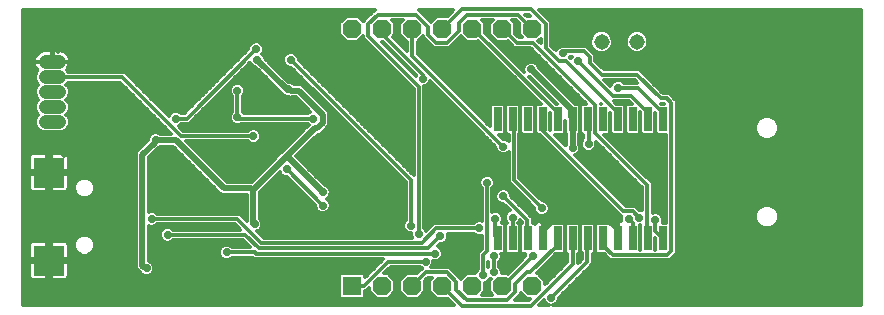
<source format=gbr>
G75*
%MOIN*%
%OFA0B0*%
%FSLAX25Y25*%
%IPPOS*%
%LPD*%
%AMOC8*
5,1,8,0,0,1.08239X$1,22.5*
%
%ADD10C,0.05150*%
%ADD11R,0.06299X0.06299*%
%ADD12OC8,0.06299*%
%ADD13R,0.02600X0.08000*%
%ADD14R,0.10000X0.10000*%
%ADD15C,0.04559*%
%ADD16C,0.01969*%
%ADD17C,0.02781*%
%ADD18C,0.01181*%
D10*
X0199094Y0094370D03*
X0210906Y0094370D03*
D11*
X0115945Y0012874D03*
D12*
X0125945Y0012874D03*
X0135945Y0012874D03*
X0145945Y0012874D03*
X0155945Y0012874D03*
X0165945Y0012874D03*
X0175945Y0012874D03*
X0175945Y0098701D03*
X0165945Y0098701D03*
X0155945Y0098701D03*
X0145945Y0098701D03*
X0135945Y0098701D03*
X0125945Y0098701D03*
X0115945Y0098701D03*
D13*
X0164508Y0068501D03*
X0169508Y0068501D03*
X0174508Y0068501D03*
X0179508Y0068501D03*
X0184508Y0068501D03*
X0189508Y0068501D03*
X0194508Y0068501D03*
X0199508Y0068501D03*
X0204508Y0068501D03*
X0209508Y0068501D03*
X0214508Y0068501D03*
X0219508Y0068501D03*
X0219508Y0028901D03*
X0214508Y0028901D03*
X0209508Y0028901D03*
X0204508Y0028901D03*
X0199508Y0028901D03*
X0194508Y0028901D03*
X0189508Y0028901D03*
X0184508Y0028901D03*
X0179508Y0028901D03*
X0174508Y0028901D03*
X0169508Y0028901D03*
X0164508Y0028901D03*
D14*
X0014843Y0021437D03*
X0014843Y0050768D03*
D15*
X0013744Y0067598D02*
X0018303Y0067598D01*
X0018303Y0072598D02*
X0013744Y0072598D01*
X0013744Y0077598D02*
X0018303Y0077598D01*
X0018303Y0082598D02*
X0013744Y0082598D01*
X0013744Y0087598D02*
X0018303Y0087598D01*
D16*
X0021929Y0086299D02*
X0021733Y0085765D01*
X0017992Y0091220D02*
X0017992Y0091468D01*
X0084362Y0088318D02*
X0094158Y0078522D01*
X0094604Y0078522D01*
X0095494Y0078077D01*
X0098166Y0078077D01*
X0106181Y0070062D01*
X0106181Y0067390D01*
X0104400Y0065609D01*
X0103509Y0065609D01*
X0094158Y0056258D01*
X0106181Y0044236D01*
X0094158Y0056258D02*
X0083026Y0045126D01*
X0082136Y0045572D01*
X0073230Y0045572D01*
X0057200Y0061602D01*
X0050521Y0061602D01*
X0050076Y0060711D01*
X0046069Y0056704D01*
X0046069Y0019746D01*
X0046959Y0018855D01*
X0047404Y0018855D01*
X0083026Y0033549D02*
X0083026Y0045126D01*
X0083026Y0033549D02*
X0083472Y0033549D01*
X0019961Y0056772D02*
X0020113Y0057342D01*
X0160950Y0052251D02*
X0167183Y0046017D01*
X0167629Y0046017D01*
X0180764Y0032881D01*
X0179651Y0031768D01*
X0179651Y0029096D01*
X0179508Y0028901D01*
X0180764Y0032881D02*
X0182768Y0034885D01*
X0194791Y0034885D01*
X0194791Y0036666D01*
X0194791Y0034885D02*
X0201470Y0034885D01*
X0204141Y0032213D01*
X0204141Y0029096D01*
X0204508Y0028901D01*
X0189447Y0058930D02*
X0189447Y0068281D01*
X0189508Y0068501D01*
X0189002Y0069171D01*
X0189002Y0071843D01*
X0175644Y0085201D01*
D17*
X0175644Y0085201D03*
X0186330Y0090544D03*
X0191228Y0087873D03*
X0204587Y0078967D03*
X0194791Y0060266D03*
X0189447Y0058930D03*
X0166293Y0059375D03*
X0160950Y0052251D03*
X0160950Y0047353D03*
X0166293Y0042900D03*
X0179206Y0038893D03*
X0169410Y0035776D03*
X0163621Y0035330D03*
X0158278Y0032213D03*
X0145365Y0029542D03*
X0138241Y0030432D03*
X0135569Y0033104D03*
X0143584Y0023753D03*
X0140467Y0021081D03*
X0159614Y0016629D03*
X0163176Y0017519D03*
X0163176Y0022863D03*
X0176089Y0022863D03*
X0194791Y0036666D03*
X0208149Y0035330D03*
X0211711Y0035776D03*
X0217054Y0034885D03*
X0182323Y0009059D03*
X0106181Y0039783D03*
X0106181Y0044236D03*
X0094158Y0051806D03*
X0083026Y0062937D03*
X0077683Y0069171D03*
X0067598Y0070748D03*
X0057200Y0068726D03*
X0050521Y0061602D03*
X0077683Y0078077D03*
X0094604Y0078522D03*
X0095494Y0088318D03*
X0084362Y0088318D03*
X0083917Y0091880D03*
X0071142Y0091614D03*
X0103064Y0068726D03*
X0139576Y0082084D03*
X0049185Y0035330D03*
X0054529Y0029987D03*
X0074121Y0024198D03*
X0083472Y0033549D03*
X0047404Y0018855D03*
D18*
X0006181Y0006575D02*
X0006181Y0105000D01*
X0123461Y0105000D01*
X0122656Y0104195D01*
X0119622Y0101161D01*
X0117743Y0103041D01*
X0114147Y0103041D01*
X0111605Y0100499D01*
X0111605Y0096903D01*
X0114147Y0094361D01*
X0117743Y0094361D01*
X0119539Y0096157D01*
X0119539Y0095595D01*
X0120582Y0094552D01*
X0136459Y0078675D01*
X0136459Y0049872D01*
X0098075Y0088256D01*
X0098075Y0088832D01*
X0097682Y0089780D01*
X0096956Y0090506D01*
X0096008Y0090899D01*
X0094981Y0090899D01*
X0094032Y0090506D01*
X0093306Y0089780D01*
X0092913Y0088832D01*
X0092913Y0087805D01*
X0093306Y0086856D01*
X0094032Y0086130D01*
X0094981Y0085737D01*
X0095556Y0085737D01*
X0133788Y0047506D01*
X0133788Y0034973D01*
X0133381Y0034566D01*
X0132988Y0033617D01*
X0132988Y0032591D01*
X0133381Y0031642D01*
X0134107Y0030916D01*
X0135055Y0030523D01*
X0135659Y0030523D01*
X0135659Y0029919D01*
X0136000Y0029096D01*
X0086436Y0029096D01*
X0084395Y0031138D01*
X0084934Y0031361D01*
X0085660Y0032087D01*
X0086053Y0033036D01*
X0086053Y0034063D01*
X0085660Y0035011D01*
X0085201Y0035470D01*
X0085201Y0044226D01*
X0091779Y0050804D01*
X0091970Y0050343D01*
X0092696Y0049617D01*
X0093645Y0049224D01*
X0094221Y0049224D01*
X0103600Y0039845D01*
X0103600Y0039270D01*
X0103993Y0038321D01*
X0104719Y0037595D01*
X0105667Y0037202D01*
X0106694Y0037202D01*
X0107643Y0037595D01*
X0108369Y0038321D01*
X0108762Y0039270D01*
X0108762Y0040296D01*
X0108369Y0041245D01*
X0107643Y0041971D01*
X0107550Y0042009D01*
X0107643Y0042048D01*
X0108369Y0042774D01*
X0108762Y0043722D01*
X0108762Y0044749D01*
X0108369Y0045698D01*
X0107643Y0046424D01*
X0106694Y0046817D01*
X0106675Y0046817D01*
X0097234Y0056258D01*
X0104410Y0063434D01*
X0105300Y0063434D01*
X0107082Y0065215D01*
X0108355Y0066489D01*
X0108355Y0070963D01*
X0100341Y0078978D01*
X0099067Y0080252D01*
X0096524Y0080252D01*
X0096066Y0080710D01*
X0095117Y0081103D01*
X0094653Y0081103D01*
X0086943Y0088813D01*
X0086943Y0088832D01*
X0086550Y0089780D01*
X0086009Y0090322D01*
X0086105Y0090418D01*
X0086498Y0091367D01*
X0086498Y0092394D01*
X0086105Y0093342D01*
X0085379Y0094068D01*
X0084430Y0094461D01*
X0083404Y0094461D01*
X0082455Y0094068D01*
X0081729Y0093342D01*
X0081336Y0092394D01*
X0081336Y0091818D01*
X0060025Y0070507D01*
X0059070Y0070507D01*
X0058662Y0070914D01*
X0057714Y0071307D01*
X0056687Y0071307D01*
X0055738Y0070914D01*
X0055012Y0070188D01*
X0054789Y0069649D01*
X0040127Y0084311D01*
X0021350Y0084311D01*
X0021245Y0084564D01*
X0020993Y0084816D01*
X0021309Y0085131D01*
X0021733Y0085765D01*
X0022024Y0086470D01*
X0022173Y0087217D01*
X0022173Y0087549D01*
X0016073Y0087549D01*
X0016073Y0087648D01*
X0015974Y0087648D01*
X0015974Y0091468D01*
X0013363Y0091468D01*
X0012615Y0091320D01*
X0011911Y0091028D01*
X0011277Y0090605D01*
X0010738Y0090065D01*
X0010314Y0089432D01*
X0010023Y0088727D01*
X0009874Y0087980D01*
X0009874Y0087648D01*
X0015974Y0087648D01*
X0015974Y0087549D01*
X0009874Y0087549D01*
X0009874Y0087217D01*
X0010023Y0086470D01*
X0010314Y0085765D01*
X0010738Y0085131D01*
X0011054Y0084816D01*
X0010802Y0084564D01*
X0010274Y0083289D01*
X0010274Y0081908D01*
X0010802Y0080633D01*
X0011337Y0080098D01*
X0010802Y0079564D01*
X0010274Y0078289D01*
X0010274Y0076908D01*
X0010802Y0075633D01*
X0011337Y0075098D01*
X0010802Y0074564D01*
X0010274Y0073289D01*
X0010274Y0071908D01*
X0010802Y0070633D01*
X0011337Y0070098D01*
X0010802Y0069564D01*
X0010274Y0068289D01*
X0010274Y0066908D01*
X0010802Y0065633D01*
X0011778Y0064657D01*
X0013054Y0064128D01*
X0018993Y0064128D01*
X0020269Y0064657D01*
X0021245Y0065633D01*
X0021773Y0066908D01*
X0021773Y0068289D01*
X0021245Y0069564D01*
X0020711Y0070098D01*
X0021245Y0070633D01*
X0021773Y0071908D01*
X0021773Y0073289D01*
X0021245Y0074564D01*
X0020711Y0075098D01*
X0021245Y0075633D01*
X0021773Y0076908D01*
X0021773Y0078289D01*
X0021245Y0079564D01*
X0020711Y0080098D01*
X0021245Y0080633D01*
X0021293Y0080748D01*
X0038652Y0080748D01*
X0055624Y0063776D01*
X0051997Y0063776D01*
X0051983Y0063790D01*
X0051035Y0064183D01*
X0050008Y0064183D01*
X0049059Y0063790D01*
X0048333Y0063064D01*
X0047940Y0062115D01*
X0047940Y0061651D01*
X0043894Y0057604D01*
X0043894Y0018845D01*
X0045125Y0017614D01*
X0045216Y0017393D01*
X0045942Y0016667D01*
X0046891Y0016274D01*
X0047918Y0016274D01*
X0048866Y0016667D01*
X0049592Y0017393D01*
X0049985Y0018342D01*
X0049985Y0019369D01*
X0049592Y0020317D01*
X0048866Y0021043D01*
X0048243Y0021301D01*
X0048243Y0032927D01*
X0048672Y0032749D01*
X0049699Y0032749D01*
X0050648Y0033142D01*
X0051055Y0033549D01*
X0076945Y0033549D01*
X0078726Y0031768D01*
X0056398Y0031768D01*
X0055991Y0032175D01*
X0055042Y0032568D01*
X0054015Y0032568D01*
X0053067Y0032175D01*
X0052341Y0031449D01*
X0051948Y0030500D01*
X0051948Y0029474D01*
X0052341Y0028525D01*
X0053067Y0027799D01*
X0054015Y0027406D01*
X0055042Y0027406D01*
X0055991Y0027799D01*
X0056398Y0028206D01*
X0079617Y0028206D01*
X0081843Y0025980D01*
X0075990Y0025980D01*
X0075583Y0026387D01*
X0074634Y0026780D01*
X0073607Y0026780D01*
X0072659Y0026387D01*
X0071933Y0025660D01*
X0071540Y0024712D01*
X0071540Y0023685D01*
X0071933Y0022736D01*
X0072659Y0022010D01*
X0073607Y0021617D01*
X0074634Y0021617D01*
X0075583Y0022010D01*
X0075990Y0022417D01*
X0082734Y0022417D01*
X0083179Y0021972D01*
X0126371Y0021972D01*
X0126218Y0021819D01*
X0120285Y0015886D01*
X0120285Y0016517D01*
X0119588Y0017214D01*
X0112302Y0017214D01*
X0111605Y0016517D01*
X0111605Y0009231D01*
X0112302Y0008534D01*
X0119588Y0008534D01*
X0120285Y0009231D01*
X0120285Y0011285D01*
X0120722Y0011285D01*
X0121605Y0012168D01*
X0121605Y0011076D01*
X0124147Y0008534D01*
X0127743Y0008534D01*
X0130285Y0011076D01*
X0130285Y0014672D01*
X0127743Y0017214D01*
X0126651Y0017214D01*
X0128737Y0019300D01*
X0138598Y0019300D01*
X0139005Y0018893D01*
X0139229Y0018800D01*
X0137643Y0017214D01*
X0134147Y0017214D01*
X0131605Y0014672D01*
X0131605Y0011076D01*
X0134147Y0008534D01*
X0137743Y0008534D01*
X0140285Y0011076D01*
X0140285Y0014672D01*
X0140212Y0014745D01*
X0141205Y0015738D01*
X0142671Y0015738D01*
X0141605Y0014672D01*
X0141605Y0011076D01*
X0144147Y0008534D01*
X0147743Y0008534D01*
X0147783Y0008575D01*
X0149783Y0006575D01*
X0006181Y0006575D01*
X0006181Y0006966D02*
X0149392Y0006966D01*
X0148213Y0008145D02*
X0006181Y0008145D01*
X0006181Y0009325D02*
X0111605Y0009325D01*
X0111605Y0010504D02*
X0006181Y0010504D01*
X0006181Y0011684D02*
X0111605Y0011684D01*
X0111605Y0012864D02*
X0006181Y0012864D01*
X0006181Y0014043D02*
X0111605Y0014043D01*
X0111605Y0015223D02*
X0020878Y0015223D01*
X0020819Y0015164D02*
X0021115Y0015460D01*
X0021325Y0015823D01*
X0021433Y0016228D01*
X0021433Y0020846D01*
X0015433Y0020846D01*
X0015433Y0014846D01*
X0020052Y0014846D01*
X0020456Y0014955D01*
X0020819Y0015164D01*
X0021433Y0016402D02*
X0046581Y0016402D01*
X0048228Y0016402D02*
X0111605Y0016402D01*
X0115977Y0013067D02*
X0115945Y0012874D01*
X0115977Y0013067D02*
X0119984Y0013067D01*
X0127999Y0021081D01*
X0140467Y0021081D01*
X0143048Y0021121D02*
X0157833Y0021121D01*
X0157833Y0022301D02*
X0145776Y0022301D01*
X0145772Y0022291D02*
X0146165Y0023240D01*
X0146165Y0024267D01*
X0145772Y0025215D01*
X0145046Y0025941D01*
X0144507Y0026165D01*
X0145303Y0026961D01*
X0145878Y0026961D01*
X0146827Y0027354D01*
X0147553Y0028080D01*
X0147946Y0029028D01*
X0147946Y0030055D01*
X0147790Y0030432D01*
X0156409Y0030432D01*
X0156816Y0030025D01*
X0157765Y0029632D01*
X0158791Y0029632D01*
X0159169Y0029789D01*
X0159169Y0025381D01*
X0158876Y0025089D01*
X0157833Y0024046D01*
X0157833Y0018498D01*
X0157426Y0018091D01*
X0157063Y0017214D01*
X0154147Y0017214D01*
X0152281Y0015348D01*
X0149372Y0018257D01*
X0148329Y0019300D01*
X0142336Y0019300D01*
X0142655Y0019619D01*
X0143048Y0020568D01*
X0143048Y0021181D01*
X0143070Y0021172D01*
X0144097Y0021172D01*
X0145046Y0021565D01*
X0145772Y0022291D01*
X0146165Y0023480D02*
X0157833Y0023480D01*
X0158447Y0024660D02*
X0146002Y0024660D01*
X0145148Y0025839D02*
X0159169Y0025839D01*
X0159169Y0027019D02*
X0146019Y0027019D01*
X0147602Y0028199D02*
X0159169Y0028199D01*
X0159169Y0029378D02*
X0147946Y0029378D01*
X0145365Y0029542D02*
X0141357Y0025534D01*
X0084807Y0025534D01*
X0080355Y0029987D01*
X0054529Y0029987D01*
X0056391Y0028199D02*
X0079624Y0028199D01*
X0080804Y0027019D02*
X0048243Y0027019D01*
X0048243Y0025839D02*
X0072112Y0025839D01*
X0071540Y0024660D02*
X0048243Y0024660D01*
X0048243Y0023480D02*
X0071625Y0023480D01*
X0072369Y0022301D02*
X0048243Y0022301D01*
X0048679Y0021121D02*
X0125520Y0021121D01*
X0124340Y0019941D02*
X0049748Y0019941D01*
X0049985Y0018762D02*
X0123161Y0018762D01*
X0121981Y0017582D02*
X0049671Y0017582D01*
X0045138Y0017582D02*
X0021433Y0017582D01*
X0021433Y0018762D02*
X0043977Y0018762D01*
X0043894Y0019941D02*
X0021433Y0019941D01*
X0021433Y0022028D02*
X0015433Y0022028D01*
X0014252Y0022028D01*
X0014252Y0028028D01*
X0009633Y0028028D01*
X0009229Y0027919D01*
X0008866Y0027710D01*
X0008570Y0027414D01*
X0008360Y0027051D01*
X0008252Y0026646D01*
X0008252Y0022028D01*
X0014252Y0022028D01*
X0014252Y0020846D01*
X0015433Y0020846D01*
X0015433Y0022028D01*
X0015433Y0028028D01*
X0020052Y0028028D01*
X0020456Y0027919D01*
X0020819Y0027710D01*
X0021115Y0027414D01*
X0021325Y0027051D01*
X0021433Y0026646D01*
X0021433Y0022028D01*
X0021433Y0022301D02*
X0043894Y0022301D01*
X0043894Y0023480D02*
X0028350Y0023480D01*
X0028723Y0023635D02*
X0029692Y0024604D01*
X0030217Y0025870D01*
X0030217Y0027240D01*
X0029692Y0028506D01*
X0028723Y0029476D01*
X0027457Y0030000D01*
X0026086Y0030000D01*
X0024820Y0029476D01*
X0023851Y0028506D01*
X0023327Y0027240D01*
X0023327Y0025870D01*
X0023851Y0024604D01*
X0024820Y0023635D01*
X0026086Y0023110D01*
X0027457Y0023110D01*
X0028723Y0023635D01*
X0029715Y0024660D02*
X0043894Y0024660D01*
X0043894Y0025839D02*
X0030204Y0025839D01*
X0030217Y0027019D02*
X0043894Y0027019D01*
X0043894Y0028199D02*
X0029820Y0028199D01*
X0028820Y0029378D02*
X0043894Y0029378D01*
X0043894Y0030558D02*
X0006181Y0030558D01*
X0006181Y0031737D02*
X0043894Y0031737D01*
X0043894Y0032917D02*
X0006181Y0032917D01*
X0006181Y0034097D02*
X0043894Y0034097D01*
X0043894Y0035276D02*
X0006181Y0035276D01*
X0006181Y0036456D02*
X0043894Y0036456D01*
X0043894Y0037635D02*
X0006181Y0037635D01*
X0006181Y0038815D02*
X0043894Y0038815D01*
X0043894Y0039995D02*
X0006181Y0039995D01*
X0006181Y0041174D02*
X0043894Y0041174D01*
X0043894Y0042354D02*
X0027817Y0042354D01*
X0027457Y0042205D02*
X0028723Y0042729D01*
X0029692Y0043698D01*
X0030217Y0044964D01*
X0030217Y0046335D01*
X0029692Y0047601D01*
X0028723Y0048570D01*
X0027457Y0049094D01*
X0026086Y0049094D01*
X0024820Y0048570D01*
X0023851Y0047601D01*
X0023327Y0046335D01*
X0023327Y0044964D01*
X0023851Y0043698D01*
X0024820Y0042729D01*
X0026086Y0042205D01*
X0027457Y0042205D01*
X0025726Y0042354D02*
X0006181Y0042354D01*
X0006181Y0043534D02*
X0024016Y0043534D01*
X0023431Y0044713D02*
X0021037Y0044713D01*
X0021115Y0044791D02*
X0021325Y0045154D01*
X0021433Y0045558D01*
X0021433Y0050177D01*
X0015433Y0050177D01*
X0015433Y0044177D01*
X0020052Y0044177D01*
X0020456Y0044286D01*
X0020819Y0044495D01*
X0021115Y0044791D01*
X0021433Y0045893D02*
X0023327Y0045893D01*
X0023632Y0047072D02*
X0021433Y0047072D01*
X0021433Y0048252D02*
X0024502Y0048252D01*
X0021433Y0049432D02*
X0043894Y0049432D01*
X0043894Y0050611D02*
X0015433Y0050611D01*
X0015433Y0050177D02*
X0015433Y0051358D01*
X0021433Y0051358D01*
X0021433Y0055977D01*
X0021325Y0056382D01*
X0021115Y0056744D01*
X0020819Y0057040D01*
X0020456Y0057250D01*
X0020052Y0057358D01*
X0015433Y0057358D01*
X0015433Y0051358D01*
X0014252Y0051358D01*
X0014252Y0050177D01*
X0015433Y0050177D01*
X0015433Y0049432D02*
X0014252Y0049432D01*
X0014252Y0050177D02*
X0014252Y0044177D01*
X0009633Y0044177D01*
X0009229Y0044286D01*
X0008866Y0044495D01*
X0008570Y0044791D01*
X0008360Y0045154D01*
X0008252Y0045558D01*
X0008252Y0050177D01*
X0014252Y0050177D01*
X0014252Y0050611D02*
X0006181Y0050611D01*
X0006181Y0049432D02*
X0008252Y0049432D01*
X0008252Y0048252D02*
X0006181Y0048252D01*
X0006181Y0047072D02*
X0008252Y0047072D01*
X0008252Y0045893D02*
X0006181Y0045893D01*
X0006181Y0044713D02*
X0008648Y0044713D01*
X0014252Y0044713D02*
X0015433Y0044713D01*
X0015433Y0045893D02*
X0014252Y0045893D01*
X0014252Y0047072D02*
X0015433Y0047072D01*
X0015433Y0048252D02*
X0014252Y0048252D01*
X0014252Y0051358D02*
X0008252Y0051358D01*
X0008252Y0055977D01*
X0008360Y0056382D01*
X0008570Y0056744D01*
X0008866Y0057040D01*
X0009229Y0057250D01*
X0009633Y0057358D01*
X0014252Y0057358D01*
X0014252Y0051358D01*
X0014252Y0051791D02*
X0015433Y0051791D01*
X0015433Y0052970D02*
X0014252Y0052970D01*
X0014252Y0054150D02*
X0015433Y0054150D01*
X0015433Y0055330D02*
X0014252Y0055330D01*
X0014252Y0056509D02*
X0015433Y0056509D01*
X0021251Y0056509D02*
X0043894Y0056509D01*
X0043894Y0055330D02*
X0021433Y0055330D01*
X0021433Y0054150D02*
X0043894Y0054150D01*
X0048243Y0054150D02*
X0061576Y0054150D01*
X0060397Y0055330D02*
X0048243Y0055330D01*
X0048243Y0055803D02*
X0048243Y0037734D01*
X0048672Y0037911D01*
X0049699Y0037911D01*
X0050648Y0037518D01*
X0051055Y0037111D01*
X0078421Y0037111D01*
X0080852Y0034681D01*
X0080852Y0043397D01*
X0072329Y0043397D01*
X0071056Y0044671D01*
X0056300Y0059427D01*
X0051997Y0059427D01*
X0051983Y0059413D01*
X0051826Y0059348D01*
X0051618Y0058933D01*
X0051251Y0058810D01*
X0048243Y0055803D01*
X0048950Y0056509D02*
X0059217Y0056509D01*
X0058037Y0057689D02*
X0050129Y0057689D01*
X0051426Y0058869D02*
X0056858Y0058869D01*
X0060721Y0061156D02*
X0081157Y0061156D01*
X0081564Y0060749D01*
X0082513Y0060356D01*
X0083540Y0060356D01*
X0084488Y0060749D01*
X0085215Y0061475D01*
X0085607Y0062424D01*
X0085607Y0063451D01*
X0085215Y0064399D01*
X0084488Y0065126D01*
X0083540Y0065518D01*
X0082513Y0065518D01*
X0081564Y0065126D01*
X0081157Y0064718D01*
X0059719Y0064718D01*
X0058123Y0066314D01*
X0058662Y0066538D01*
X0059070Y0066945D01*
X0061500Y0066945D01*
X0081951Y0087395D01*
X0082174Y0086856D01*
X0082900Y0086130D01*
X0083849Y0085737D01*
X0083868Y0085737D01*
X0091983Y0077621D01*
X0092324Y0077281D01*
X0092415Y0077060D01*
X0093141Y0076334D01*
X0094090Y0075941D01*
X0094554Y0075941D01*
X0094593Y0075902D01*
X0094981Y0075902D01*
X0095327Y0075729D01*
X0095847Y0075902D01*
X0097265Y0075902D01*
X0102062Y0071105D01*
X0101602Y0070914D01*
X0101195Y0070507D01*
X0079923Y0070507D01*
X0079871Y0070633D01*
X0079464Y0071040D01*
X0079464Y0076208D01*
X0079871Y0076615D01*
X0080264Y0077563D01*
X0080264Y0078590D01*
X0079871Y0079539D01*
X0079145Y0080265D01*
X0078196Y0080658D01*
X0077170Y0080658D01*
X0076221Y0080265D01*
X0075495Y0079539D01*
X0075102Y0078590D01*
X0075102Y0077563D01*
X0075495Y0076615D01*
X0075902Y0076208D01*
X0075902Y0071040D01*
X0075495Y0070633D01*
X0075102Y0069685D01*
X0075102Y0068658D01*
X0075495Y0067709D01*
X0076221Y0066983D01*
X0077170Y0066590D01*
X0078196Y0066590D01*
X0079053Y0066945D01*
X0101195Y0066945D01*
X0101482Y0066658D01*
X0101334Y0066510D01*
X0093257Y0058433D01*
X0091983Y0057159D01*
X0082597Y0047773D01*
X0082303Y0047920D01*
X0081783Y0047746D01*
X0074131Y0047746D01*
X0060721Y0061156D01*
X0061829Y0060048D02*
X0094873Y0060048D01*
X0096052Y0061228D02*
X0084967Y0061228D01*
X0085601Y0062407D02*
X0097232Y0062407D01*
X0098411Y0063587D02*
X0085551Y0063587D01*
X0084847Y0064767D02*
X0099591Y0064767D01*
X0100771Y0065946D02*
X0058492Y0065946D01*
X0059671Y0064767D02*
X0081205Y0064767D01*
X0083026Y0062937D02*
X0058981Y0062937D01*
X0039389Y0082530D01*
X0016235Y0082530D01*
X0016024Y0082598D01*
X0020714Y0080102D02*
X0039298Y0080102D01*
X0043157Y0081281D02*
X0070799Y0081281D01*
X0069619Y0080102D02*
X0044336Y0080102D01*
X0045516Y0078922D02*
X0068440Y0078922D01*
X0067260Y0077742D02*
X0046695Y0077742D01*
X0047875Y0076563D02*
X0066080Y0076563D01*
X0064901Y0075383D02*
X0049055Y0075383D01*
X0050234Y0074204D02*
X0063721Y0074204D01*
X0062542Y0073024D02*
X0051414Y0073024D01*
X0052593Y0071844D02*
X0061362Y0071844D01*
X0060182Y0070665D02*
X0058912Y0070665D01*
X0055489Y0070665D02*
X0053773Y0070665D01*
X0049915Y0069485D02*
X0021278Y0069485D01*
X0021258Y0070665D02*
X0048735Y0070665D01*
X0047556Y0071844D02*
X0021747Y0071844D01*
X0021773Y0073024D02*
X0046376Y0073024D01*
X0045197Y0074204D02*
X0021394Y0074204D01*
X0020995Y0075383D02*
X0044017Y0075383D01*
X0042837Y0076563D02*
X0021630Y0076563D01*
X0021773Y0077742D02*
X0041658Y0077742D01*
X0040478Y0078922D02*
X0021511Y0078922D01*
X0011334Y0080102D02*
X0006181Y0080102D01*
X0006181Y0081281D02*
X0010534Y0081281D01*
X0010274Y0082461D02*
X0006181Y0082461D01*
X0006181Y0083640D02*
X0010420Y0083640D01*
X0011049Y0084820D02*
X0006181Y0084820D01*
X0006181Y0086000D02*
X0010217Y0086000D01*
X0009882Y0087179D02*
X0006181Y0087179D01*
X0006181Y0088359D02*
X0009949Y0088359D01*
X0010386Y0089538D02*
X0006181Y0089538D01*
X0006181Y0090718D02*
X0011447Y0090718D01*
X0006181Y0091898D02*
X0081336Y0091898D01*
X0080236Y0090718D02*
X0020600Y0090718D01*
X0020770Y0090605D02*
X0020136Y0091028D01*
X0019432Y0091320D01*
X0018684Y0091468D01*
X0016073Y0091468D01*
X0016073Y0087648D01*
X0022173Y0087648D01*
X0022173Y0087980D01*
X0022024Y0088727D01*
X0021733Y0089432D01*
X0021309Y0090065D01*
X0020770Y0090605D01*
X0021661Y0089538D02*
X0079056Y0089538D01*
X0077877Y0088359D02*
X0022098Y0088359D01*
X0022166Y0087179D02*
X0076697Y0087179D01*
X0075517Y0086000D02*
X0021830Y0086000D01*
X0020998Y0084820D02*
X0074338Y0084820D01*
X0073158Y0083640D02*
X0040797Y0083640D01*
X0041977Y0082461D02*
X0071979Y0082461D01*
X0074657Y0080102D02*
X0076058Y0080102D01*
X0075837Y0081281D02*
X0088323Y0081281D01*
X0087144Y0082461D02*
X0077016Y0082461D01*
X0078196Y0083640D02*
X0085964Y0083640D01*
X0084785Y0084820D02*
X0079375Y0084820D01*
X0080555Y0086000D02*
X0083215Y0086000D01*
X0082040Y0087179D02*
X0081735Y0087179D01*
X0086650Y0089538D02*
X0093206Y0089538D01*
X0092913Y0088359D02*
X0087397Y0088359D01*
X0088577Y0087179D02*
X0093172Y0087179D01*
X0094347Y0086000D02*
X0089756Y0086000D01*
X0090936Y0084820D02*
X0096473Y0084820D01*
X0097653Y0083640D02*
X0092116Y0083640D01*
X0093295Y0082461D02*
X0098833Y0082461D01*
X0100012Y0081281D02*
X0094475Y0081281D01*
X0089503Y0080102D02*
X0079308Y0080102D01*
X0080127Y0078922D02*
X0090683Y0078922D01*
X0091862Y0077742D02*
X0080264Y0077742D01*
X0079819Y0076563D02*
X0092913Y0076563D01*
X0097784Y0075383D02*
X0079464Y0075383D01*
X0079464Y0074204D02*
X0098963Y0074204D01*
X0100143Y0073024D02*
X0079464Y0073024D01*
X0079464Y0071844D02*
X0101323Y0071844D01*
X0101352Y0070665D02*
X0079840Y0070665D01*
X0075902Y0071844D02*
X0066400Y0071844D01*
X0065220Y0070665D02*
X0075526Y0070665D01*
X0075102Y0069485D02*
X0064041Y0069485D01*
X0062861Y0068305D02*
X0075248Y0068305D01*
X0076078Y0067126D02*
X0061681Y0067126D01*
X0060763Y0068726D02*
X0083917Y0091880D01*
X0086498Y0091898D02*
X0123237Y0091898D01*
X0124416Y0090718D02*
X0096445Y0090718D01*
X0097782Y0089538D02*
X0125596Y0089538D01*
X0126775Y0088359D02*
X0098075Y0088359D01*
X0099152Y0087179D02*
X0127955Y0087179D01*
X0129135Y0086000D02*
X0100331Y0086000D01*
X0101511Y0084820D02*
X0130314Y0084820D01*
X0131494Y0083640D02*
X0102691Y0083640D01*
X0103870Y0082461D02*
X0132673Y0082461D01*
X0133853Y0081281D02*
X0105050Y0081281D01*
X0106229Y0080102D02*
X0135033Y0080102D01*
X0138241Y0079413D02*
X0121320Y0096333D01*
X0121320Y0100341D01*
X0124437Y0103457D01*
X0137350Y0103457D01*
X0141357Y0099450D01*
X0141357Y0096778D01*
X0144029Y0094107D01*
X0147591Y0094107D01*
X0151599Y0098114D01*
X0151599Y0100786D01*
X0154270Y0103457D01*
X0171191Y0103457D01*
X0175644Y0099005D01*
X0175945Y0098701D01*
X0171605Y0098975D02*
X0170285Y0098975D01*
X0170285Y0097796D02*
X0171605Y0097796D01*
X0171605Y0096903D02*
X0172620Y0095888D01*
X0171483Y0095888D01*
X0170285Y0097086D01*
X0170285Y0100499D01*
X0169107Y0101676D01*
X0170453Y0101676D01*
X0171618Y0100512D01*
X0171605Y0100499D01*
X0171605Y0096903D01*
X0171892Y0096616D02*
X0170755Y0096616D01*
X0170746Y0094107D02*
X0166293Y0098559D01*
X0165945Y0098701D01*
X0170285Y0100155D02*
X0171605Y0100155D01*
X0170795Y0101335D02*
X0169449Y0101335D01*
X0173710Y0103457D02*
X0174906Y0103457D01*
X0175323Y0103041D01*
X0174147Y0103041D01*
X0174137Y0103031D01*
X0173710Y0103457D01*
X0178528Y0104873D02*
X0285709Y0104873D01*
X0285709Y0105000D02*
X0285709Y0006575D01*
X0183070Y0006575D01*
X0183785Y0006871D01*
X0184511Y0007597D01*
X0184904Y0008546D01*
X0184904Y0009121D01*
X0196126Y0020344D01*
X0196126Y0023710D01*
X0196301Y0023710D01*
X0196998Y0024408D01*
X0196998Y0033394D01*
X0196301Y0034091D01*
X0192715Y0034091D01*
X0192017Y0033394D01*
X0192017Y0024408D01*
X0192564Y0023861D01*
X0192564Y0021819D01*
X0191228Y0020483D01*
X0191228Y0023710D01*
X0191301Y0023710D01*
X0191998Y0024408D01*
X0191998Y0033394D01*
X0191301Y0034091D01*
X0187715Y0034091D01*
X0187017Y0033394D01*
X0187017Y0024408D01*
X0187666Y0023759D01*
X0187666Y0020929D01*
X0180285Y0013548D01*
X0180285Y0014672D01*
X0177743Y0017214D01*
X0177412Y0017214D01*
X0183908Y0023710D01*
X0186301Y0023710D01*
X0186998Y0024408D01*
X0186998Y0033394D01*
X0186301Y0034091D01*
X0182715Y0034091D01*
X0182234Y0033611D01*
X0182081Y0033877D01*
X0181784Y0034174D01*
X0181422Y0034383D01*
X0181017Y0034491D01*
X0179567Y0034491D01*
X0179567Y0028960D01*
X0179448Y0028960D01*
X0179448Y0034491D01*
X0177998Y0034491D01*
X0177594Y0034383D01*
X0177231Y0034174D01*
X0176935Y0033877D01*
X0176781Y0033611D01*
X0176301Y0034091D01*
X0176089Y0034091D01*
X0176089Y0035623D01*
X0168874Y0042838D01*
X0168874Y0043413D01*
X0168481Y0044362D01*
X0167755Y0045088D01*
X0166806Y0045481D01*
X0165779Y0045481D01*
X0164831Y0045088D01*
X0164105Y0044362D01*
X0163712Y0043413D01*
X0163712Y0042387D01*
X0164105Y0041438D01*
X0164831Y0040712D01*
X0165779Y0040319D01*
X0166355Y0040319D01*
X0168487Y0038187D01*
X0167948Y0037964D01*
X0167222Y0037238D01*
X0166829Y0036289D01*
X0166829Y0035262D01*
X0167222Y0034314D01*
X0167579Y0033956D01*
X0167017Y0033394D01*
X0167017Y0024408D01*
X0167715Y0023710D01*
X0171301Y0023710D01*
X0171998Y0024408D01*
X0171998Y0033394D01*
X0171338Y0034054D01*
X0171598Y0034314D01*
X0171821Y0034853D01*
X0172527Y0034147D01*
X0172527Y0033903D01*
X0172017Y0033394D01*
X0172017Y0024408D01*
X0172715Y0023710D01*
X0173646Y0023710D01*
X0173508Y0023376D01*
X0173508Y0022800D01*
X0167832Y0017125D01*
X0167743Y0017214D01*
X0165757Y0017214D01*
X0165757Y0018033D01*
X0165364Y0018981D01*
X0164957Y0019388D01*
X0164957Y0020993D01*
X0165364Y0021401D01*
X0165757Y0022349D01*
X0165757Y0023376D01*
X0165619Y0023710D01*
X0166301Y0023710D01*
X0166998Y0024408D01*
X0166998Y0033394D01*
X0166301Y0034091D01*
X0165902Y0034091D01*
X0166202Y0034817D01*
X0166202Y0035844D01*
X0165809Y0036792D01*
X0165083Y0037518D01*
X0164135Y0037911D01*
X0163108Y0037911D01*
X0162731Y0037755D01*
X0162731Y0045484D01*
X0163138Y0045891D01*
X0163531Y0046839D01*
X0163531Y0047866D01*
X0163138Y0048815D01*
X0162412Y0049541D01*
X0161463Y0049934D01*
X0160436Y0049934D01*
X0159488Y0049541D01*
X0158761Y0048815D01*
X0158369Y0047866D01*
X0158369Y0046839D01*
X0158761Y0045891D01*
X0159169Y0045484D01*
X0159169Y0034638D01*
X0158791Y0034794D01*
X0157765Y0034794D01*
X0156816Y0034402D01*
X0156409Y0033994D01*
X0143291Y0033994D01*
X0142248Y0032951D01*
X0140652Y0031355D01*
X0140429Y0031894D01*
X0140022Y0032301D01*
X0140022Y0079503D01*
X0140090Y0079503D01*
X0141038Y0079896D01*
X0141765Y0080622D01*
X0141988Y0081161D01*
X0163712Y0059437D01*
X0163712Y0058862D01*
X0164105Y0057913D01*
X0164831Y0057187D01*
X0165779Y0056794D01*
X0166806Y0056794D01*
X0167755Y0057187D01*
X0168074Y0057506D01*
X0168074Y0047506D01*
X0176625Y0038955D01*
X0176625Y0038379D01*
X0177018Y0037430D01*
X0177744Y0036704D01*
X0178692Y0036311D01*
X0179719Y0036311D01*
X0180668Y0036704D01*
X0181394Y0037430D01*
X0181787Y0038379D01*
X0181787Y0039406D01*
X0181394Y0040355D01*
X0180668Y0041081D01*
X0179719Y0041474D01*
X0179144Y0041474D01*
X0171636Y0048981D01*
X0171636Y0063645D01*
X0171998Y0064008D01*
X0171998Y0072994D01*
X0171301Y0073691D01*
X0167715Y0073691D01*
X0167017Y0072994D01*
X0167017Y0064008D01*
X0167715Y0063310D01*
X0168074Y0063310D01*
X0168074Y0061244D01*
X0167755Y0061563D01*
X0166806Y0061956D01*
X0166231Y0061956D01*
X0164877Y0063310D01*
X0166301Y0063310D01*
X0166998Y0064008D01*
X0166998Y0072994D01*
X0166301Y0073691D01*
X0162715Y0073691D01*
X0162017Y0072994D01*
X0162017Y0066170D01*
X0137795Y0090392D01*
X0137795Y0094413D01*
X0139576Y0096194D01*
X0139576Y0096041D01*
X0142248Y0093369D01*
X0143291Y0092326D01*
X0148329Y0092326D01*
X0152256Y0096252D01*
X0154147Y0094361D01*
X0157743Y0094361D01*
X0157960Y0094578D01*
X0178846Y0073691D01*
X0177715Y0073691D01*
X0177017Y0072994D01*
X0177017Y0064008D01*
X0177715Y0063310D01*
X0178541Y0063310D01*
X0204587Y0037264D01*
X0205630Y0036221D01*
X0205724Y0036221D01*
X0205568Y0035844D01*
X0205568Y0034817D01*
X0205703Y0034491D01*
X0204567Y0034491D01*
X0204567Y0028960D01*
X0204448Y0028960D01*
X0204448Y0034491D01*
X0202998Y0034491D01*
X0202594Y0034383D01*
X0202231Y0034174D01*
X0201935Y0033877D01*
X0201781Y0033611D01*
X0201301Y0034091D01*
X0197715Y0034091D01*
X0197017Y0033394D01*
X0197017Y0024408D01*
X0197715Y0023710D01*
X0199884Y0023710D01*
X0202068Y0021527D01*
X0221800Y0021527D01*
X0223135Y0022863D01*
X0223135Y0022863D01*
X0224179Y0023906D01*
X0224179Y0074561D01*
X0221486Y0077254D01*
X0219517Y0077254D01*
X0211643Y0085128D01*
X0199832Y0085128D01*
X0196939Y0088021D01*
X0196939Y0089990D01*
X0195895Y0091033D01*
X0193927Y0093002D01*
X0187143Y0093002D01*
X0186844Y0093126D01*
X0185817Y0093126D01*
X0184868Y0092733D01*
X0184142Y0092007D01*
X0183919Y0091467D01*
X0182323Y0093063D01*
X0182323Y0101078D01*
X0178401Y0105000D01*
X0285709Y0105000D01*
X0285709Y0103694D02*
X0179707Y0103694D01*
X0180887Y0102514D02*
X0285709Y0102514D01*
X0285709Y0101335D02*
X0182066Y0101335D01*
X0182323Y0100155D02*
X0285709Y0100155D01*
X0285709Y0098975D02*
X0182323Y0098975D01*
X0182323Y0097796D02*
X0197526Y0097796D01*
X0196962Y0097562D02*
X0195902Y0096503D01*
X0195329Y0095119D01*
X0195329Y0093621D01*
X0195902Y0092237D01*
X0196962Y0091178D01*
X0198345Y0090605D01*
X0199843Y0090605D01*
X0201227Y0091178D01*
X0202287Y0092237D01*
X0202860Y0093621D01*
X0202860Y0095119D01*
X0202287Y0096503D01*
X0201227Y0097562D01*
X0199843Y0098135D01*
X0198345Y0098135D01*
X0196962Y0097562D01*
X0196016Y0096616D02*
X0182323Y0096616D01*
X0182323Y0095437D02*
X0195461Y0095437D01*
X0195329Y0094257D02*
X0182323Y0094257D01*
X0182323Y0093077D02*
X0185700Y0093077D01*
X0186960Y0093077D02*
X0195554Y0093077D01*
X0195031Y0091898D02*
X0196242Y0091898D01*
X0196210Y0090718D02*
X0198072Y0090718D01*
X0196939Y0089538D02*
X0285709Y0089538D01*
X0285709Y0088359D02*
X0196939Y0088359D01*
X0197781Y0087179D02*
X0285709Y0087179D01*
X0285709Y0086000D02*
X0198960Y0086000D01*
X0199094Y0083346D02*
X0195157Y0087283D01*
X0195157Y0089252D01*
X0193189Y0091220D01*
X0187006Y0091220D01*
X0186330Y0090544D01*
X0188666Y0089439D02*
X0189145Y0089439D01*
X0189040Y0089335D01*
X0188817Y0088796D01*
X0188522Y0089091D01*
X0188666Y0089439D01*
X0187221Y0087873D02*
X0184994Y0087873D01*
X0180542Y0092326D01*
X0180542Y0100341D01*
X0175644Y0105239D01*
X0152489Y0105239D01*
X0146256Y0099005D01*
X0145945Y0098701D01*
X0142441Y0101335D02*
X0141992Y0101335D01*
X0142095Y0101231D02*
X0138326Y0105000D01*
X0149732Y0105000D01*
X0147758Y0103026D01*
X0147743Y0103041D01*
X0144147Y0103041D01*
X0142216Y0101110D01*
X0142095Y0101231D01*
X0140812Y0102514D02*
X0143620Y0102514D01*
X0139632Y0103694D02*
X0148426Y0103694D01*
X0149605Y0104873D02*
X0138453Y0104873D01*
X0132783Y0101676D02*
X0129107Y0101676D01*
X0130285Y0100499D01*
X0130285Y0096903D01*
X0129449Y0096067D01*
X0134233Y0091282D01*
X0134233Y0094361D01*
X0134147Y0094361D01*
X0131605Y0096903D01*
X0131605Y0100499D01*
X0132783Y0101676D01*
X0132441Y0101335D02*
X0129449Y0101335D01*
X0130285Y0100155D02*
X0131605Y0100155D01*
X0131605Y0098975D02*
X0130285Y0098975D01*
X0130285Y0097796D02*
X0131605Y0097796D01*
X0131892Y0096616D02*
X0129998Y0096616D01*
X0130079Y0095437D02*
X0133071Y0095437D01*
X0134233Y0094257D02*
X0131258Y0094257D01*
X0132438Y0093077D02*
X0134233Y0093077D01*
X0137795Y0093077D02*
X0142540Y0093077D01*
X0141360Y0094257D02*
X0137795Y0094257D01*
X0138819Y0095437D02*
X0140180Y0095437D01*
X0136014Y0098559D02*
X0135945Y0098701D01*
X0136014Y0098559D02*
X0136014Y0089654D01*
X0166293Y0059375D01*
X0164329Y0057689D02*
X0140022Y0057689D01*
X0140022Y0058869D02*
X0163712Y0058869D01*
X0163101Y0060048D02*
X0140022Y0060048D01*
X0140022Y0061228D02*
X0161922Y0061228D01*
X0160742Y0062407D02*
X0140022Y0062407D01*
X0140022Y0063587D02*
X0159562Y0063587D01*
X0158383Y0064767D02*
X0140022Y0064767D01*
X0140022Y0065946D02*
X0157203Y0065946D01*
X0156023Y0067126D02*
X0140022Y0067126D01*
X0140022Y0068305D02*
X0154844Y0068305D01*
X0153664Y0069485D02*
X0140022Y0069485D01*
X0140022Y0070665D02*
X0152485Y0070665D01*
X0151305Y0071844D02*
X0140022Y0071844D01*
X0140022Y0073024D02*
X0150125Y0073024D01*
X0148946Y0074204D02*
X0140022Y0074204D01*
X0140022Y0075383D02*
X0147766Y0075383D01*
X0146587Y0076563D02*
X0140022Y0076563D01*
X0140022Y0077742D02*
X0145407Y0077742D01*
X0144227Y0078922D02*
X0140022Y0078922D01*
X0138241Y0079413D02*
X0138241Y0030432D01*
X0135883Y0029378D02*
X0086154Y0029378D01*
X0084974Y0030558D02*
X0134971Y0030558D01*
X0133341Y0031737D02*
X0085310Y0031737D01*
X0086004Y0032917D02*
X0132988Y0032917D01*
X0133186Y0034097D02*
X0086039Y0034097D01*
X0085395Y0035276D02*
X0133788Y0035276D01*
X0133788Y0036456D02*
X0085201Y0036456D01*
X0085201Y0037635D02*
X0104678Y0037635D01*
X0103788Y0038815D02*
X0085201Y0038815D01*
X0085201Y0039995D02*
X0103450Y0039995D01*
X0106181Y0039783D02*
X0094158Y0051806D01*
X0091859Y0050611D02*
X0091587Y0050611D01*
X0090407Y0049432D02*
X0093145Y0049432D01*
X0095193Y0048252D02*
X0089228Y0048252D01*
X0088048Y0047072D02*
X0096373Y0047072D01*
X0097552Y0045893D02*
X0086868Y0045893D01*
X0085689Y0044713D02*
X0098732Y0044713D01*
X0099911Y0043534D02*
X0085201Y0043534D01*
X0085201Y0042354D02*
X0101091Y0042354D01*
X0102271Y0041174D02*
X0085201Y0041174D01*
X0080852Y0041174D02*
X0048243Y0041174D01*
X0048243Y0042354D02*
X0080852Y0042354D01*
X0080852Y0039995D02*
X0048243Y0039995D01*
X0048243Y0038815D02*
X0080852Y0038815D01*
X0080852Y0037635D02*
X0050365Y0037635D01*
X0049185Y0035330D02*
X0077683Y0035330D01*
X0085698Y0027315D01*
X0139131Y0027315D01*
X0144029Y0032213D01*
X0158278Y0032213D01*
X0156511Y0034097D02*
X0140022Y0034097D01*
X0140022Y0035276D02*
X0159169Y0035276D01*
X0159169Y0036456D02*
X0140022Y0036456D01*
X0140022Y0037635D02*
X0159169Y0037635D01*
X0159169Y0038815D02*
X0140022Y0038815D01*
X0140022Y0039995D02*
X0159169Y0039995D01*
X0162731Y0039995D02*
X0166679Y0039995D01*
X0167859Y0038815D02*
X0162731Y0038815D01*
X0164801Y0037635D02*
X0167620Y0037635D01*
X0166898Y0036456D02*
X0165949Y0036456D01*
X0166202Y0035276D02*
X0166829Y0035276D01*
X0167439Y0034097D02*
X0165904Y0034097D01*
X0166998Y0032917D02*
X0167017Y0032917D01*
X0166998Y0031737D02*
X0167017Y0031737D01*
X0166998Y0030558D02*
X0167017Y0030558D01*
X0166998Y0029378D02*
X0167017Y0029378D01*
X0166998Y0028199D02*
X0167017Y0028199D01*
X0169410Y0029096D02*
X0169508Y0028901D01*
X0169410Y0029096D02*
X0169410Y0035776D01*
X0171381Y0034097D02*
X0172527Y0034097D01*
X0172017Y0032917D02*
X0171998Y0032917D01*
X0171998Y0031737D02*
X0172017Y0031737D01*
X0171998Y0030558D02*
X0172017Y0030558D01*
X0171998Y0029378D02*
X0172017Y0029378D01*
X0171998Y0028199D02*
X0172017Y0028199D01*
X0174308Y0029096D02*
X0174508Y0028901D01*
X0174308Y0029096D02*
X0174308Y0034885D01*
X0166293Y0042900D01*
X0164368Y0041174D02*
X0162731Y0041174D01*
X0162731Y0042354D02*
X0163725Y0042354D01*
X0163762Y0043534D02*
X0162731Y0043534D01*
X0162731Y0044713D02*
X0164456Y0044713D01*
X0163139Y0045893D02*
X0169687Y0045893D01*
X0168507Y0047072D02*
X0163531Y0047072D01*
X0163371Y0048252D02*
X0168074Y0048252D01*
X0168074Y0049432D02*
X0162521Y0049432D01*
X0159378Y0049432D02*
X0140022Y0049432D01*
X0140022Y0050611D02*
X0168074Y0050611D01*
X0168074Y0051791D02*
X0140022Y0051791D01*
X0140022Y0052970D02*
X0168074Y0052970D01*
X0171636Y0052970D02*
X0188880Y0052970D01*
X0190060Y0051791D02*
X0171636Y0051791D01*
X0171636Y0050611D02*
X0191240Y0050611D01*
X0192419Y0049432D02*
X0171636Y0049432D01*
X0172365Y0048252D02*
X0193599Y0048252D01*
X0194778Y0047072D02*
X0173545Y0047072D01*
X0174724Y0045893D02*
X0195958Y0045893D01*
X0197138Y0044713D02*
X0175904Y0044713D01*
X0177084Y0043534D02*
X0198317Y0043534D01*
X0199497Y0042354D02*
X0178263Y0042354D01*
X0180442Y0041174D02*
X0200677Y0041174D01*
X0204535Y0042354D02*
X0212602Y0042354D01*
X0212602Y0043534D02*
X0203355Y0043534D01*
X0202175Y0044713D02*
X0212602Y0044713D01*
X0212602Y0045724D02*
X0212602Y0038200D01*
X0212224Y0038357D01*
X0211649Y0038357D01*
X0210222Y0039783D01*
X0207105Y0039783D01*
X0190370Y0056518D01*
X0190909Y0056742D01*
X0191635Y0057468D01*
X0192028Y0058416D01*
X0192028Y0059443D01*
X0191635Y0060392D01*
X0191622Y0060405D01*
X0191622Y0063631D01*
X0191998Y0064008D01*
X0191998Y0072994D01*
X0191301Y0073691D01*
X0190229Y0073691D01*
X0178225Y0085696D01*
X0178225Y0085715D01*
X0177832Y0086663D01*
X0177106Y0087389D01*
X0176157Y0087782D01*
X0175130Y0087782D01*
X0174182Y0087389D01*
X0173456Y0086663D01*
X0173063Y0085715D01*
X0173063Y0084688D01*
X0173187Y0084389D01*
X0160285Y0097290D01*
X0160285Y0100499D01*
X0159107Y0101676D01*
X0162783Y0101676D01*
X0161605Y0100499D01*
X0161605Y0096903D01*
X0164147Y0094361D01*
X0167743Y0094361D01*
X0167858Y0094476D01*
X0170008Y0092326D01*
X0175351Y0092326D01*
X0193985Y0073691D01*
X0192715Y0073691D01*
X0192017Y0072994D01*
X0192017Y0064008D01*
X0192715Y0063310D01*
X0193009Y0063310D01*
X0193009Y0062135D01*
X0192602Y0061728D01*
X0192209Y0060779D01*
X0192209Y0059752D01*
X0192602Y0058804D01*
X0193328Y0058078D01*
X0194277Y0057685D01*
X0195304Y0057685D01*
X0196253Y0058078D01*
X0196979Y0058804D01*
X0197372Y0059752D01*
X0197372Y0060779D01*
X0197248Y0061078D01*
X0212602Y0045724D01*
X0212433Y0045893D02*
X0200996Y0045893D01*
X0199816Y0047072D02*
X0211254Y0047072D01*
X0210074Y0048252D02*
X0198637Y0048252D01*
X0197457Y0049432D02*
X0208894Y0049432D01*
X0207715Y0050611D02*
X0196277Y0050611D01*
X0195098Y0051791D02*
X0206535Y0051791D01*
X0205356Y0052970D02*
X0193918Y0052970D01*
X0192738Y0054150D02*
X0204176Y0054150D01*
X0202996Y0055330D02*
X0191559Y0055330D01*
X0190379Y0056509D02*
X0201817Y0056509D01*
X0200637Y0057689D02*
X0195314Y0057689D01*
X0194267Y0057689D02*
X0191727Y0057689D01*
X0192028Y0058869D02*
X0192576Y0058869D01*
X0192209Y0060048D02*
X0191778Y0060048D01*
X0191622Y0061228D02*
X0192395Y0061228D01*
X0193009Y0062407D02*
X0191622Y0062407D01*
X0191622Y0063587D02*
X0192438Y0063587D01*
X0192017Y0064767D02*
X0191998Y0064767D01*
X0191998Y0065946D02*
X0192017Y0065946D01*
X0191998Y0067126D02*
X0192017Y0067126D01*
X0191998Y0068305D02*
X0192017Y0068305D01*
X0191998Y0069485D02*
X0192017Y0069485D01*
X0191998Y0070665D02*
X0192017Y0070665D01*
X0191998Y0071844D02*
X0192017Y0071844D01*
X0192047Y0073024D02*
X0191968Y0073024D01*
X0193473Y0074204D02*
X0189717Y0074204D01*
X0188537Y0075383D02*
X0192294Y0075383D01*
X0191114Y0076563D02*
X0187358Y0076563D01*
X0186178Y0077742D02*
X0189934Y0077742D01*
X0188755Y0078922D02*
X0184999Y0078922D01*
X0183819Y0080102D02*
X0187575Y0080102D01*
X0186396Y0081281D02*
X0182639Y0081281D01*
X0181460Y0082461D02*
X0185216Y0082461D01*
X0184036Y0083640D02*
X0180280Y0083640D01*
X0179100Y0084820D02*
X0182857Y0084820D01*
X0181677Y0086000D02*
X0178107Y0086000D01*
X0177316Y0087179D02*
X0180498Y0087179D01*
X0179318Y0088359D02*
X0169216Y0088359D01*
X0168037Y0089538D02*
X0178138Y0089538D01*
X0176959Y0090718D02*
X0166857Y0090718D01*
X0165677Y0091898D02*
X0175779Y0091898D01*
X0176089Y0094107D02*
X0170746Y0094107D01*
X0169256Y0093077D02*
X0164498Y0093077D01*
X0163318Y0094257D02*
X0168077Y0094257D01*
X0163071Y0095437D02*
X0162139Y0095437D01*
X0161892Y0096616D02*
X0160959Y0096616D01*
X0161605Y0097796D02*
X0160285Y0097796D01*
X0160285Y0098975D02*
X0161605Y0098975D01*
X0161605Y0100155D02*
X0160285Y0100155D01*
X0159449Y0101335D02*
X0162441Y0101335D01*
X0156052Y0099005D02*
X0155945Y0098701D01*
X0156052Y0099005D02*
X0184104Y0070952D01*
X0184104Y0068726D01*
X0184508Y0068501D01*
X0182017Y0068305D02*
X0181998Y0068305D01*
X0181998Y0067126D02*
X0182017Y0067126D01*
X0179651Y0068281D02*
X0179508Y0068501D01*
X0179651Y0068281D02*
X0179651Y0064719D01*
X0206368Y0038002D01*
X0209485Y0038002D01*
X0211711Y0035776D01*
X0209485Y0033994D02*
X0208149Y0035330D01*
X0209485Y0033994D02*
X0209485Y0029096D01*
X0209508Y0028901D01*
X0211998Y0029378D02*
X0212017Y0029378D01*
X0211998Y0028199D02*
X0212017Y0028199D01*
X0214383Y0029096D02*
X0214508Y0028901D01*
X0214383Y0029096D02*
X0214383Y0046462D01*
X0197017Y0063828D01*
X0197017Y0073179D01*
X0176089Y0094107D01*
X0178048Y0094666D02*
X0178761Y0095379D01*
X0178761Y0093954D01*
X0178048Y0094666D01*
X0178458Y0094257D02*
X0178761Y0094257D01*
X0183488Y0091898D02*
X0184097Y0091898D01*
X0187221Y0087873D02*
X0204141Y0070952D01*
X0204141Y0068726D01*
X0204508Y0068501D01*
X0206998Y0068305D02*
X0207017Y0068305D01*
X0206998Y0067126D02*
X0207017Y0067126D01*
X0206998Y0065946D02*
X0207017Y0065946D01*
X0206998Y0064767D02*
X0207017Y0064767D01*
X0207017Y0064008D02*
X0207715Y0063310D01*
X0211301Y0063310D01*
X0211998Y0064008D01*
X0211998Y0070818D01*
X0212017Y0070799D01*
X0212017Y0064008D01*
X0212715Y0063310D01*
X0216301Y0063310D01*
X0216998Y0064008D01*
X0216998Y0070716D01*
X0217017Y0070697D01*
X0217017Y0064008D01*
X0217715Y0063310D01*
X0220617Y0063310D01*
X0220617Y0034091D01*
X0219519Y0034091D01*
X0219635Y0034372D01*
X0219635Y0035398D01*
X0219242Y0036347D01*
X0218516Y0037073D01*
X0217568Y0037466D01*
X0216541Y0037466D01*
X0216164Y0037310D01*
X0216164Y0047200D01*
X0200053Y0063310D01*
X0201301Y0063310D01*
X0201998Y0064008D01*
X0201998Y0070576D01*
X0202017Y0070558D01*
X0202017Y0064008D01*
X0202715Y0063310D01*
X0206301Y0063310D01*
X0206998Y0064008D01*
X0206998Y0072994D01*
X0206301Y0073691D01*
X0203921Y0073691D01*
X0203098Y0074515D01*
X0208302Y0074515D01*
X0209125Y0073691D01*
X0207715Y0073691D01*
X0207017Y0072994D01*
X0207017Y0064008D01*
X0207438Y0063587D02*
X0206578Y0063587D01*
X0202438Y0063587D02*
X0201578Y0063587D01*
X0201998Y0064767D02*
X0202017Y0064767D01*
X0201998Y0065946D02*
X0202017Y0065946D01*
X0201998Y0067126D02*
X0202017Y0067126D01*
X0201998Y0068305D02*
X0202017Y0068305D01*
X0201998Y0069485D02*
X0202017Y0069485D01*
X0206998Y0069485D02*
X0207017Y0069485D01*
X0206998Y0070665D02*
X0207017Y0070665D01*
X0206998Y0071844D02*
X0207017Y0071844D01*
X0207047Y0073024D02*
X0206968Y0073024D01*
X0208613Y0074204D02*
X0203409Y0074204D01*
X0202806Y0076296D02*
X0191228Y0087873D01*
X0200117Y0090718D02*
X0209883Y0090718D01*
X0210157Y0090605D02*
X0211654Y0090605D01*
X0213038Y0091178D01*
X0214098Y0092237D01*
X0214671Y0093621D01*
X0214671Y0095119D01*
X0214098Y0096503D01*
X0213038Y0097562D01*
X0211654Y0098135D01*
X0210157Y0098135D01*
X0208773Y0097562D01*
X0207713Y0096503D01*
X0207140Y0095119D01*
X0207140Y0093621D01*
X0207713Y0092237D01*
X0208773Y0091178D01*
X0210157Y0090605D01*
X0211928Y0090718D02*
X0285709Y0090718D01*
X0285709Y0091898D02*
X0213758Y0091898D01*
X0214446Y0093077D02*
X0285709Y0093077D01*
X0285709Y0094257D02*
X0214671Y0094257D01*
X0214539Y0095437D02*
X0285709Y0095437D01*
X0285709Y0096616D02*
X0213984Y0096616D01*
X0212474Y0097796D02*
X0285709Y0097796D01*
X0285709Y0084820D02*
X0211951Y0084820D01*
X0213130Y0083640D02*
X0285709Y0083640D01*
X0285709Y0082461D02*
X0214310Y0082461D01*
X0215490Y0081281D02*
X0285709Y0081281D01*
X0285709Y0080102D02*
X0216669Y0080102D01*
X0217849Y0078922D02*
X0285709Y0078922D01*
X0285709Y0077742D02*
X0219028Y0077742D01*
X0222177Y0076563D02*
X0285709Y0076563D01*
X0285709Y0075383D02*
X0223356Y0075383D01*
X0224179Y0074204D02*
X0285709Y0074204D01*
X0285709Y0073024D02*
X0224179Y0073024D01*
X0224179Y0071844D02*
X0285709Y0071844D01*
X0285709Y0070665D02*
X0224179Y0070665D01*
X0224179Y0069485D02*
X0253232Y0069485D01*
X0253429Y0069567D02*
X0251982Y0068968D01*
X0250875Y0067860D01*
X0250276Y0066413D01*
X0250276Y0064847D01*
X0250875Y0063400D01*
X0251982Y0062292D01*
X0253429Y0061693D01*
X0254996Y0061693D01*
X0256443Y0062292D01*
X0257550Y0063400D01*
X0258150Y0064847D01*
X0258150Y0066413D01*
X0257550Y0067860D01*
X0256443Y0068968D01*
X0254996Y0069567D01*
X0253429Y0069567D01*
X0255193Y0069485D02*
X0285709Y0069485D01*
X0285709Y0068305D02*
X0257105Y0068305D01*
X0257854Y0067126D02*
X0285709Y0067126D01*
X0285709Y0065946D02*
X0258150Y0065946D01*
X0258116Y0064767D02*
X0285709Y0064767D01*
X0285709Y0063587D02*
X0257628Y0063587D01*
X0256558Y0062407D02*
X0285709Y0062407D01*
X0285709Y0061228D02*
X0224179Y0061228D01*
X0224179Y0062407D02*
X0251867Y0062407D01*
X0250797Y0063587D02*
X0224179Y0063587D01*
X0224179Y0064767D02*
X0250309Y0064767D01*
X0250276Y0065946D02*
X0224179Y0065946D01*
X0224179Y0067126D02*
X0250571Y0067126D01*
X0251320Y0068305D02*
X0224179Y0068305D01*
X0219508Y0068501D02*
X0219281Y0068726D01*
X0219281Y0070952D01*
X0211266Y0078967D01*
X0204587Y0078967D01*
X0202045Y0079575D02*
X0200055Y0081565D01*
X0210168Y0081565D01*
X0210985Y0080748D01*
X0206456Y0080748D01*
X0206049Y0081155D01*
X0205100Y0081548D01*
X0204073Y0081548D01*
X0203125Y0081155D01*
X0202398Y0080429D01*
X0202045Y0079575D01*
X0202263Y0080102D02*
X0201518Y0080102D01*
X0200339Y0081281D02*
X0203428Y0081281D01*
X0205745Y0081281D02*
X0210452Y0081281D01*
X0210906Y0083346D02*
X0218780Y0075472D01*
X0220748Y0075472D01*
X0222398Y0073823D01*
X0222398Y0024644D01*
X0221062Y0023308D01*
X0202806Y0023308D01*
X0199689Y0026425D01*
X0199689Y0028651D01*
X0199508Y0028901D01*
X0197017Y0029378D02*
X0196998Y0029378D01*
X0196998Y0028199D02*
X0197017Y0028199D01*
X0194508Y0028901D02*
X0194345Y0028651D01*
X0194345Y0021081D01*
X0182323Y0009059D01*
X0184738Y0008145D02*
X0285709Y0008145D01*
X0285709Y0006966D02*
X0183880Y0006966D01*
X0181576Y0006575D02*
X0178350Y0006575D01*
X0179911Y0008136D01*
X0180135Y0007597D01*
X0180861Y0006871D01*
X0181576Y0006575D01*
X0180766Y0006966D02*
X0178741Y0006966D01*
X0175644Y0006387D02*
X0152489Y0006387D01*
X0146256Y0012621D01*
X0145945Y0012874D01*
X0141605Y0012864D02*
X0140285Y0012864D01*
X0140285Y0014043D02*
X0141605Y0014043D01*
X0142156Y0015223D02*
X0140689Y0015223D01*
X0140467Y0017519D02*
X0136014Y0013067D01*
X0135945Y0012874D01*
X0140285Y0011684D02*
X0141605Y0011684D01*
X0142177Y0010504D02*
X0139713Y0010504D01*
X0138534Y0009325D02*
X0143356Y0009325D01*
X0150708Y0011731D02*
X0150708Y0014402D01*
X0147591Y0017519D01*
X0140467Y0017519D01*
X0139190Y0018762D02*
X0128198Y0018762D01*
X0127019Y0017582D02*
X0138011Y0017582D01*
X0133335Y0016402D02*
X0128554Y0016402D01*
X0129734Y0015223D02*
X0132156Y0015223D01*
X0131605Y0014043D02*
X0130285Y0014043D01*
X0130285Y0012864D02*
X0131605Y0012864D01*
X0131605Y0011684D02*
X0130285Y0011684D01*
X0129713Y0010504D02*
X0132177Y0010504D01*
X0133356Y0009325D02*
X0128534Y0009325D01*
X0123356Y0009325D02*
X0120285Y0009325D01*
X0120285Y0010504D02*
X0122177Y0010504D01*
X0121605Y0011684D02*
X0121121Y0011684D01*
X0120801Y0016402D02*
X0120285Y0016402D01*
X0142788Y0019941D02*
X0157833Y0019941D01*
X0157833Y0018762D02*
X0148868Y0018762D01*
X0150047Y0017582D02*
X0157215Y0017582D01*
X0159614Y0016629D02*
X0159614Y0023308D01*
X0160950Y0024644D01*
X0160950Y0047353D01*
X0158528Y0048252D02*
X0140022Y0048252D01*
X0140022Y0047072D02*
X0158369Y0047072D01*
X0158761Y0045893D02*
X0140022Y0045893D01*
X0140022Y0044713D02*
X0159169Y0044713D01*
X0159169Y0043534D02*
X0140022Y0043534D01*
X0140022Y0042354D02*
X0159169Y0042354D01*
X0159169Y0041174D02*
X0140022Y0041174D01*
X0133788Y0041174D02*
X0108398Y0041174D01*
X0107949Y0042354D02*
X0133788Y0042354D01*
X0133788Y0043534D02*
X0108684Y0043534D01*
X0108762Y0044713D02*
X0133788Y0044713D01*
X0133788Y0045893D02*
X0108174Y0045893D01*
X0106420Y0047072D02*
X0133788Y0047072D01*
X0133041Y0048252D02*
X0105240Y0048252D01*
X0104061Y0049432D02*
X0131862Y0049432D01*
X0130682Y0050611D02*
X0102881Y0050611D01*
X0101701Y0051791D02*
X0129502Y0051791D01*
X0128323Y0052970D02*
X0100522Y0052970D01*
X0099342Y0054150D02*
X0127143Y0054150D01*
X0125964Y0055330D02*
X0098162Y0055330D01*
X0097485Y0056509D02*
X0124784Y0056509D01*
X0123604Y0057689D02*
X0098665Y0057689D01*
X0099844Y0058869D02*
X0122425Y0058869D01*
X0121245Y0060048D02*
X0101024Y0060048D01*
X0102203Y0061228D02*
X0120066Y0061228D01*
X0118886Y0062407D02*
X0103383Y0062407D01*
X0105453Y0063587D02*
X0117706Y0063587D01*
X0116527Y0064767D02*
X0106633Y0064767D01*
X0107812Y0065946D02*
X0115347Y0065946D01*
X0114168Y0067126D02*
X0108355Y0067126D01*
X0108355Y0068305D02*
X0112988Y0068305D01*
X0111808Y0069485D02*
X0108355Y0069485D01*
X0108355Y0070665D02*
X0110629Y0070665D01*
X0109449Y0071844D02*
X0107474Y0071844D01*
X0108269Y0073024D02*
X0106294Y0073024D01*
X0107090Y0074204D02*
X0105115Y0074204D01*
X0105910Y0075383D02*
X0103935Y0075383D01*
X0104731Y0076563D02*
X0102755Y0076563D01*
X0103551Y0077742D02*
X0101576Y0077742D01*
X0102371Y0078922D02*
X0100396Y0078922D01*
X0101192Y0080102D02*
X0099217Y0080102D01*
X0107409Y0078922D02*
X0136212Y0078922D01*
X0136459Y0077742D02*
X0108589Y0077742D01*
X0109768Y0076563D02*
X0136459Y0076563D01*
X0136459Y0075383D02*
X0110948Y0075383D01*
X0112128Y0074204D02*
X0136459Y0074204D01*
X0136459Y0073024D02*
X0113307Y0073024D01*
X0114487Y0071844D02*
X0136459Y0071844D01*
X0136459Y0070665D02*
X0115666Y0070665D01*
X0116846Y0069485D02*
X0136459Y0069485D01*
X0136459Y0068305D02*
X0118026Y0068305D01*
X0119205Y0067126D02*
X0136459Y0067126D01*
X0136459Y0065946D02*
X0120385Y0065946D01*
X0121564Y0064767D02*
X0136459Y0064767D01*
X0136459Y0063587D02*
X0122744Y0063587D01*
X0123924Y0062407D02*
X0136459Y0062407D01*
X0136459Y0061228D02*
X0125103Y0061228D01*
X0126283Y0060048D02*
X0136459Y0060048D01*
X0136459Y0058869D02*
X0127463Y0058869D01*
X0128642Y0057689D02*
X0136459Y0057689D01*
X0136459Y0056509D02*
X0129822Y0056509D01*
X0131001Y0055330D02*
X0136459Y0055330D01*
X0136459Y0054150D02*
X0132181Y0054150D01*
X0133361Y0052970D02*
X0136459Y0052970D01*
X0136459Y0051791D02*
X0134540Y0051791D01*
X0135720Y0050611D02*
X0136459Y0050611D01*
X0135569Y0048243D02*
X0095494Y0088318D01*
X0094543Y0090718D02*
X0086229Y0090718D01*
X0086215Y0093077D02*
X0122057Y0093077D01*
X0120877Y0094257D02*
X0084924Y0094257D01*
X0082910Y0094257D02*
X0006181Y0094257D01*
X0006181Y0095437D02*
X0113071Y0095437D01*
X0111892Y0096616D02*
X0006181Y0096616D01*
X0006181Y0097796D02*
X0111605Y0097796D01*
X0111605Y0098975D02*
X0006181Y0098975D01*
X0006181Y0100155D02*
X0111605Y0100155D01*
X0112441Y0101335D02*
X0006181Y0101335D01*
X0006181Y0102514D02*
X0113620Y0102514D01*
X0118269Y0102514D02*
X0120975Y0102514D01*
X0119795Y0101335D02*
X0119449Y0101335D01*
X0122155Y0103694D02*
X0006181Y0103694D01*
X0006181Y0104873D02*
X0123334Y0104873D01*
X0125945Y0098701D02*
X0126218Y0098559D01*
X0126218Y0096778D01*
X0139576Y0083420D01*
X0139576Y0082084D01*
X0137165Y0083007D02*
X0125811Y0094361D01*
X0126117Y0094361D01*
X0137254Y0083223D01*
X0137165Y0083007D01*
X0136837Y0083640D02*
X0136532Y0083640D01*
X0135658Y0084820D02*
X0135352Y0084820D01*
X0134478Y0086000D02*
X0134172Y0086000D01*
X0133298Y0087179D02*
X0132993Y0087179D01*
X0132119Y0088359D02*
X0131813Y0088359D01*
X0130939Y0089538D02*
X0130633Y0089538D01*
X0129759Y0090718D02*
X0129454Y0090718D01*
X0128580Y0091898D02*
X0128274Y0091898D01*
X0127400Y0093077D02*
X0127095Y0093077D01*
X0126221Y0094257D02*
X0125915Y0094257D01*
X0119698Y0095437D02*
X0118819Y0095437D01*
X0133618Y0091898D02*
X0134233Y0091898D01*
X0137795Y0091898D02*
X0160640Y0091898D01*
X0161819Y0090718D02*
X0137795Y0090718D01*
X0138648Y0089538D02*
X0162999Y0089538D01*
X0164179Y0088359D02*
X0139828Y0088359D01*
X0141008Y0087179D02*
X0165358Y0087179D01*
X0166538Y0086000D02*
X0142187Y0086000D01*
X0143367Y0084820D02*
X0167717Y0084820D01*
X0168897Y0083640D02*
X0144547Y0083640D01*
X0145726Y0082461D02*
X0170077Y0082461D01*
X0171256Y0081281D02*
X0146906Y0081281D01*
X0148085Y0080102D02*
X0172436Y0080102D01*
X0173615Y0078922D02*
X0149265Y0078922D01*
X0150445Y0077742D02*
X0174795Y0077742D01*
X0175975Y0076563D02*
X0151624Y0076563D01*
X0152804Y0075383D02*
X0177154Y0075383D01*
X0178334Y0074204D02*
X0153983Y0074204D01*
X0155163Y0073024D02*
X0162047Y0073024D01*
X0162017Y0071844D02*
X0156343Y0071844D01*
X0157522Y0070665D02*
X0162017Y0070665D01*
X0162017Y0069485D02*
X0158702Y0069485D01*
X0159882Y0068305D02*
X0162017Y0068305D01*
X0162017Y0067126D02*
X0161061Y0067126D01*
X0166998Y0067126D02*
X0167017Y0067126D01*
X0166998Y0068305D02*
X0167017Y0068305D01*
X0166998Y0069485D02*
X0167017Y0069485D01*
X0166998Y0070665D02*
X0167017Y0070665D01*
X0166998Y0071844D02*
X0167017Y0071844D01*
X0167047Y0073024D02*
X0166968Y0073024D01*
X0171968Y0073024D02*
X0172047Y0073024D01*
X0172017Y0072994D02*
X0172017Y0064008D01*
X0172715Y0063310D01*
X0176301Y0063310D01*
X0176998Y0064008D01*
X0176998Y0072994D01*
X0176301Y0073691D01*
X0172715Y0073691D01*
X0172017Y0072994D01*
X0171998Y0071844D02*
X0172017Y0071844D01*
X0171998Y0070665D02*
X0172017Y0070665D01*
X0171998Y0069485D02*
X0172017Y0069485D01*
X0171998Y0068305D02*
X0172017Y0068305D01*
X0171998Y0067126D02*
X0172017Y0067126D01*
X0169855Y0068281D02*
X0169508Y0068501D01*
X0169855Y0068281D02*
X0169855Y0048243D01*
X0179206Y0038893D01*
X0181787Y0038815D02*
X0203036Y0038815D01*
X0204215Y0037635D02*
X0181479Y0037635D01*
X0180068Y0036456D02*
X0205395Y0036456D01*
X0205568Y0035276D02*
X0176089Y0035276D01*
X0176089Y0034097D02*
X0177154Y0034097D01*
X0179448Y0034097D02*
X0179567Y0034097D01*
X0179567Y0032917D02*
X0179448Y0032917D01*
X0179448Y0031737D02*
X0179567Y0031737D01*
X0179567Y0030558D02*
X0179448Y0030558D01*
X0179448Y0029378D02*
X0179567Y0029378D01*
X0184104Y0028651D02*
X0184508Y0028901D01*
X0184104Y0028651D02*
X0184104Y0026425D01*
X0175198Y0017519D01*
X0174308Y0017519D01*
X0170300Y0013512D01*
X0170300Y0010840D01*
X0167629Y0008169D01*
X0154270Y0008169D01*
X0150708Y0011731D01*
X0159158Y0009950D02*
X0160285Y0011076D01*
X0160285Y0014113D01*
X0161076Y0014441D01*
X0161802Y0015167D01*
X0161847Y0015276D01*
X0162103Y0015170D01*
X0161605Y0014672D01*
X0161605Y0011076D01*
X0162731Y0009950D01*
X0159158Y0009950D01*
X0159713Y0010504D02*
X0162177Y0010504D01*
X0161605Y0011684D02*
X0160285Y0011684D01*
X0160285Y0012864D02*
X0161605Y0012864D01*
X0161605Y0014043D02*
X0160285Y0014043D01*
X0161825Y0015223D02*
X0161975Y0015223D01*
X0163176Y0017519D02*
X0163176Y0022863D01*
X0165714Y0023480D02*
X0173551Y0023480D01*
X0173008Y0022301D02*
X0165737Y0022301D01*
X0165084Y0021121D02*
X0171828Y0021121D01*
X0170649Y0019941D02*
X0164957Y0019941D01*
X0165455Y0018762D02*
X0169469Y0018762D01*
X0168290Y0017582D02*
X0165757Y0017582D01*
X0161395Y0019388D02*
X0161395Y0020993D01*
X0161395Y0020993D01*
X0161395Y0019388D01*
X0161395Y0019388D01*
X0161395Y0019941D02*
X0161395Y0019941D01*
X0153335Y0016402D02*
X0151227Y0016402D01*
X0165945Y0012874D02*
X0166293Y0013067D01*
X0176089Y0022863D01*
X0172017Y0024660D02*
X0171998Y0024660D01*
X0171998Y0025839D02*
X0172017Y0025839D01*
X0171998Y0027019D02*
X0172017Y0027019D01*
X0167017Y0027019D02*
X0166998Y0027019D01*
X0166998Y0025839D02*
X0167017Y0025839D01*
X0166998Y0024660D02*
X0167017Y0024660D01*
X0164508Y0028901D02*
X0164067Y0029096D01*
X0163621Y0029542D01*
X0163621Y0035330D01*
X0172897Y0038815D02*
X0176625Y0038815D01*
X0176933Y0037635D02*
X0174076Y0037635D01*
X0175256Y0036456D02*
X0178344Y0036456D01*
X0181861Y0034097D02*
X0202154Y0034097D01*
X0204448Y0034097D02*
X0204567Y0034097D01*
X0204567Y0032917D02*
X0204448Y0032917D01*
X0204448Y0031737D02*
X0204567Y0031737D01*
X0204567Y0030558D02*
X0204448Y0030558D01*
X0204448Y0029378D02*
X0204567Y0029378D01*
X0197017Y0030558D02*
X0196998Y0030558D01*
X0196998Y0031737D02*
X0197017Y0031737D01*
X0196998Y0032917D02*
X0197017Y0032917D01*
X0192017Y0032917D02*
X0191998Y0032917D01*
X0191998Y0031737D02*
X0192017Y0031737D01*
X0191998Y0030558D02*
X0192017Y0030558D01*
X0191998Y0029378D02*
X0192017Y0029378D01*
X0191998Y0028199D02*
X0192017Y0028199D01*
X0189508Y0028901D02*
X0189447Y0028651D01*
X0189447Y0020191D01*
X0175644Y0006387D01*
X0174906Y0008168D02*
X0170148Y0008168D01*
X0172081Y0010102D01*
X0172081Y0010600D01*
X0174147Y0008534D01*
X0175271Y0008534D01*
X0174906Y0008168D01*
X0173356Y0009325D02*
X0171304Y0009325D01*
X0172081Y0010504D02*
X0172177Y0010504D01*
X0180285Y0014043D02*
X0180781Y0014043D01*
X0179734Y0015223D02*
X0181960Y0015223D01*
X0183140Y0016402D02*
X0178554Y0016402D01*
X0177780Y0017582D02*
X0184320Y0017582D01*
X0185499Y0018762D02*
X0178960Y0018762D01*
X0180139Y0019941D02*
X0186679Y0019941D01*
X0187666Y0021121D02*
X0181319Y0021121D01*
X0182498Y0022301D02*
X0187666Y0022301D01*
X0187666Y0023480D02*
X0183678Y0023480D01*
X0186998Y0024660D02*
X0187017Y0024660D01*
X0186998Y0025839D02*
X0187017Y0025839D01*
X0186998Y0027019D02*
X0187017Y0027019D01*
X0186998Y0028199D02*
X0187017Y0028199D01*
X0186998Y0029378D02*
X0187017Y0029378D01*
X0186998Y0030558D02*
X0187017Y0030558D01*
X0186998Y0031737D02*
X0187017Y0031737D01*
X0186998Y0032917D02*
X0187017Y0032917D01*
X0191998Y0027019D02*
X0192017Y0027019D01*
X0191998Y0025839D02*
X0192017Y0025839D01*
X0191998Y0024660D02*
X0192017Y0024660D01*
X0192564Y0023480D02*
X0191228Y0023480D01*
X0191228Y0022301D02*
X0192564Y0022301D01*
X0191866Y0021121D02*
X0191228Y0021121D01*
X0195724Y0019941D02*
X0285709Y0019941D01*
X0285709Y0018762D02*
X0194544Y0018762D01*
X0193365Y0017582D02*
X0285709Y0017582D01*
X0285709Y0016402D02*
X0192185Y0016402D01*
X0191005Y0015223D02*
X0285709Y0015223D01*
X0285709Y0014043D02*
X0189826Y0014043D01*
X0188646Y0012864D02*
X0285709Y0012864D01*
X0285709Y0011684D02*
X0187467Y0011684D01*
X0186287Y0010504D02*
X0285709Y0010504D01*
X0285709Y0009325D02*
X0185107Y0009325D01*
X0196126Y0021121D02*
X0285709Y0021121D01*
X0285709Y0022301D02*
X0222573Y0022301D01*
X0223753Y0023480D02*
X0285709Y0023480D01*
X0285709Y0024660D02*
X0224179Y0024660D01*
X0224179Y0025839D02*
X0285709Y0025839D01*
X0285709Y0027019D02*
X0224179Y0027019D01*
X0224179Y0028199D02*
X0285709Y0028199D01*
X0285709Y0029378D02*
X0224179Y0029378D01*
X0224179Y0030558D02*
X0285709Y0030558D01*
X0285709Y0031737D02*
X0224179Y0031737D01*
X0224179Y0032917D02*
X0251830Y0032917D01*
X0251982Y0032765D02*
X0253429Y0032165D01*
X0254996Y0032165D01*
X0256443Y0032765D01*
X0257550Y0033872D01*
X0258150Y0035319D01*
X0258150Y0036885D01*
X0257550Y0038332D01*
X0256443Y0039440D01*
X0254996Y0040039D01*
X0253429Y0040039D01*
X0251982Y0039440D01*
X0250875Y0038332D01*
X0250276Y0036885D01*
X0250276Y0035319D01*
X0250875Y0033872D01*
X0251982Y0032765D01*
X0250782Y0034097D02*
X0224179Y0034097D01*
X0224179Y0035276D02*
X0250293Y0035276D01*
X0250276Y0036456D02*
X0224179Y0036456D01*
X0224179Y0037635D02*
X0250586Y0037635D01*
X0251358Y0038815D02*
X0224179Y0038815D01*
X0224179Y0039995D02*
X0253322Y0039995D01*
X0255104Y0039995D02*
X0285709Y0039995D01*
X0285709Y0038815D02*
X0257068Y0038815D01*
X0257839Y0037635D02*
X0285709Y0037635D01*
X0285709Y0036456D02*
X0258150Y0036456D01*
X0258132Y0035276D02*
X0285709Y0035276D01*
X0285709Y0034097D02*
X0257643Y0034097D01*
X0256595Y0032917D02*
X0285709Y0032917D01*
X0285709Y0041174D02*
X0224179Y0041174D01*
X0224179Y0042354D02*
X0285709Y0042354D01*
X0285709Y0043534D02*
X0224179Y0043534D01*
X0224179Y0044713D02*
X0285709Y0044713D01*
X0285709Y0045893D02*
X0224179Y0045893D01*
X0224179Y0047072D02*
X0285709Y0047072D01*
X0285709Y0048252D02*
X0224179Y0048252D01*
X0224179Y0049432D02*
X0285709Y0049432D01*
X0285709Y0050611D02*
X0224179Y0050611D01*
X0224179Y0051791D02*
X0285709Y0051791D01*
X0285709Y0052970D02*
X0224179Y0052970D01*
X0220617Y0052970D02*
X0210393Y0052970D01*
X0211573Y0051791D02*
X0220617Y0051791D01*
X0220617Y0050611D02*
X0212752Y0050611D01*
X0213932Y0049432D02*
X0220617Y0049432D01*
X0220617Y0048252D02*
X0215112Y0048252D01*
X0216164Y0047072D02*
X0220617Y0047072D01*
X0220617Y0045893D02*
X0216164Y0045893D01*
X0216164Y0044713D02*
X0220617Y0044713D01*
X0220617Y0043534D02*
X0216164Y0043534D01*
X0216164Y0042354D02*
X0220617Y0042354D01*
X0220617Y0041174D02*
X0216164Y0041174D01*
X0212602Y0041174D02*
X0205714Y0041174D01*
X0206894Y0039995D02*
X0212602Y0039995D01*
X0212602Y0038815D02*
X0211190Y0038815D01*
X0216164Y0038815D02*
X0220617Y0038815D01*
X0220617Y0037635D02*
X0216164Y0037635D01*
X0219134Y0036456D02*
X0220617Y0036456D01*
X0220617Y0035276D02*
X0219635Y0035276D01*
X0219522Y0034097D02*
X0220617Y0034097D01*
X0217054Y0034885D02*
X0217054Y0031323D01*
X0219281Y0029096D01*
X0219508Y0028901D01*
X0217017Y0028841D02*
X0217017Y0025089D01*
X0216998Y0025089D01*
X0216998Y0028860D01*
X0217017Y0028841D01*
X0216998Y0028199D02*
X0217017Y0028199D01*
X0216998Y0027019D02*
X0217017Y0027019D01*
X0216998Y0025839D02*
X0217017Y0025839D01*
X0212017Y0025839D02*
X0211998Y0025839D01*
X0211998Y0025089D02*
X0211998Y0033194D01*
X0212017Y0033194D01*
X0212017Y0025089D01*
X0211998Y0025089D01*
X0211998Y0027019D02*
X0212017Y0027019D01*
X0211998Y0030558D02*
X0212017Y0030558D01*
X0211998Y0031737D02*
X0212017Y0031737D01*
X0211998Y0032917D02*
X0212017Y0032917D01*
X0216164Y0039995D02*
X0220617Y0039995D01*
X0201856Y0039995D02*
X0181543Y0039995D01*
X0175585Y0039995D02*
X0171717Y0039995D01*
X0170537Y0041174D02*
X0174405Y0041174D01*
X0173226Y0042354D02*
X0169358Y0042354D01*
X0168824Y0043534D02*
X0172046Y0043534D01*
X0170866Y0044713D02*
X0168130Y0044713D01*
X0168074Y0054150D02*
X0140022Y0054150D01*
X0140022Y0055330D02*
X0168074Y0055330D01*
X0168074Y0056509D02*
X0140022Y0056509D01*
X0135569Y0048243D02*
X0135569Y0033104D01*
X0140022Y0032917D02*
X0142214Y0032917D01*
X0141034Y0031737D02*
X0140494Y0031737D01*
X0133788Y0037635D02*
X0107683Y0037635D01*
X0108574Y0038815D02*
X0133788Y0038815D01*
X0133788Y0039995D02*
X0108762Y0039995D01*
X0084256Y0049432D02*
X0072446Y0049432D01*
X0071266Y0050611D02*
X0085436Y0050611D01*
X0086615Y0051791D02*
X0070087Y0051791D01*
X0068907Y0052970D02*
X0087795Y0052970D01*
X0088974Y0054150D02*
X0067728Y0054150D01*
X0066548Y0055330D02*
X0090154Y0055330D01*
X0091334Y0056509D02*
X0065368Y0056509D01*
X0064189Y0057689D02*
X0092513Y0057689D01*
X0091983Y0057159D02*
X0091983Y0057159D01*
X0093257Y0058433D02*
X0093257Y0058433D01*
X0093693Y0058869D02*
X0063009Y0058869D01*
X0054633Y0064767D02*
X0020379Y0064767D01*
X0021375Y0065946D02*
X0053454Y0065946D01*
X0052274Y0067126D02*
X0021773Y0067126D01*
X0021766Y0068305D02*
X0051095Y0068305D01*
X0057200Y0068726D02*
X0060763Y0068726D01*
X0067579Y0073024D02*
X0075902Y0073024D01*
X0075902Y0074204D02*
X0068759Y0074204D01*
X0069939Y0075383D02*
X0075902Y0075383D01*
X0075547Y0076563D02*
X0071118Y0076563D01*
X0072298Y0077742D02*
X0075102Y0077742D01*
X0075239Y0078922D02*
X0073477Y0078922D01*
X0077683Y0078077D02*
X0077683Y0069171D01*
X0077683Y0068726D01*
X0103064Y0068726D01*
X0141244Y0080102D02*
X0143048Y0080102D01*
X0170396Y0087179D02*
X0173972Y0087179D01*
X0173181Y0086000D02*
X0171575Y0086000D01*
X0172755Y0084820D02*
X0173063Y0084820D01*
X0174831Y0082744D02*
X0175130Y0082620D01*
X0175149Y0082620D01*
X0184078Y0073691D01*
X0183884Y0073691D01*
X0174831Y0082744D01*
X0175114Y0082461D02*
X0175308Y0082461D01*
X0176294Y0081281D02*
X0176488Y0081281D01*
X0177474Y0080102D02*
X0177668Y0080102D01*
X0178653Y0078922D02*
X0178847Y0078922D01*
X0179833Y0077742D02*
X0180027Y0077742D01*
X0181012Y0076563D02*
X0181207Y0076563D01*
X0182192Y0075383D02*
X0182386Y0075383D01*
X0183372Y0074204D02*
X0183566Y0074204D01*
X0177047Y0073024D02*
X0176968Y0073024D01*
X0176998Y0071844D02*
X0177017Y0071844D01*
X0176998Y0070665D02*
X0177017Y0070665D01*
X0176998Y0069485D02*
X0177017Y0069485D01*
X0176998Y0068305D02*
X0177017Y0068305D01*
X0176998Y0067126D02*
X0177017Y0067126D01*
X0176998Y0065946D02*
X0177017Y0065946D01*
X0176998Y0064767D02*
X0177017Y0064767D01*
X0177438Y0063587D02*
X0176578Y0063587D01*
X0179443Y0062407D02*
X0171636Y0062407D01*
X0171636Y0061228D02*
X0180623Y0061228D01*
X0181803Y0060048D02*
X0171636Y0060048D01*
X0171636Y0058869D02*
X0182982Y0058869D01*
X0184162Y0057689D02*
X0171636Y0057689D01*
X0171636Y0056509D02*
X0185342Y0056509D01*
X0186521Y0055330D02*
X0171636Y0055330D01*
X0171636Y0054150D02*
X0187701Y0054150D01*
X0197006Y0058869D02*
X0199457Y0058869D01*
X0198278Y0060048D02*
X0197372Y0060048D01*
X0194791Y0060266D02*
X0194791Y0068281D01*
X0194508Y0068501D01*
X0187017Y0068080D02*
X0187017Y0064008D01*
X0187272Y0063753D01*
X0187272Y0060405D01*
X0187259Y0060392D01*
X0187036Y0059853D01*
X0183578Y0063310D01*
X0186301Y0063310D01*
X0186998Y0064008D01*
X0186998Y0068099D01*
X0187017Y0068080D01*
X0186998Y0067126D02*
X0187017Y0067126D01*
X0186998Y0065946D02*
X0187017Y0065946D01*
X0186998Y0064767D02*
X0187017Y0064767D01*
X0187272Y0063587D02*
X0186578Y0063587D01*
X0187272Y0062407D02*
X0184481Y0062407D01*
X0185661Y0061228D02*
X0187272Y0061228D01*
X0187117Y0060048D02*
X0186840Y0060048D01*
X0182017Y0064871D02*
X0181998Y0064890D01*
X0181998Y0070539D01*
X0182017Y0070520D01*
X0182017Y0064871D01*
X0181998Y0065946D02*
X0182017Y0065946D01*
X0181998Y0069485D02*
X0182017Y0069485D01*
X0172017Y0065946D02*
X0171998Y0065946D01*
X0171998Y0064767D02*
X0172017Y0064767D01*
X0171636Y0063587D02*
X0172438Y0063587D01*
X0168074Y0062407D02*
X0165780Y0062407D01*
X0166578Y0063587D02*
X0167438Y0063587D01*
X0167017Y0064767D02*
X0166998Y0064767D01*
X0166998Y0065946D02*
X0167017Y0065946D01*
X0198798Y0073691D02*
X0198798Y0073777D01*
X0198884Y0073691D01*
X0198798Y0073691D01*
X0202806Y0076296D02*
X0209039Y0076296D01*
X0214383Y0070952D01*
X0214383Y0068726D01*
X0214508Y0068501D01*
X0216998Y0068305D02*
X0217017Y0068305D01*
X0216998Y0067126D02*
X0217017Y0067126D01*
X0216998Y0065946D02*
X0217017Y0065946D01*
X0216998Y0064767D02*
X0217017Y0064767D01*
X0217438Y0063587D02*
X0216578Y0063587D01*
X0220617Y0062407D02*
X0200956Y0062407D01*
X0202136Y0061228D02*
X0220617Y0061228D01*
X0220617Y0060048D02*
X0203316Y0060048D01*
X0204495Y0058869D02*
X0220617Y0058869D01*
X0220617Y0057689D02*
X0205675Y0057689D01*
X0206854Y0056509D02*
X0220617Y0056509D01*
X0220617Y0055330D02*
X0208034Y0055330D01*
X0209214Y0054150D02*
X0220617Y0054150D01*
X0224179Y0054150D02*
X0285709Y0054150D01*
X0285709Y0055330D02*
X0224179Y0055330D01*
X0224179Y0056509D02*
X0285709Y0056509D01*
X0285709Y0057689D02*
X0224179Y0057689D01*
X0224179Y0058869D02*
X0285709Y0058869D01*
X0285709Y0060048D02*
X0224179Y0060048D01*
X0212438Y0063587D02*
X0211578Y0063587D01*
X0211998Y0064767D02*
X0212017Y0064767D01*
X0211998Y0065946D02*
X0212017Y0065946D01*
X0211998Y0067126D02*
X0212017Y0067126D01*
X0211998Y0068305D02*
X0212017Y0068305D01*
X0211998Y0069485D02*
X0212017Y0069485D01*
X0211998Y0070665D02*
X0212017Y0070665D01*
X0216998Y0070665D02*
X0217017Y0070665D01*
X0216998Y0069485D02*
X0217017Y0069485D01*
X0219061Y0073691D02*
X0220010Y0073691D01*
X0220010Y0073691D01*
X0219061Y0073691D01*
X0219061Y0073691D01*
X0210906Y0083346D02*
X0199094Y0083346D01*
X0201947Y0091898D02*
X0208053Y0091898D01*
X0207365Y0093077D02*
X0202635Y0093077D01*
X0202860Y0094257D02*
X0207140Y0094257D01*
X0207272Y0095437D02*
X0202728Y0095437D01*
X0202173Y0096616D02*
X0207827Y0096616D01*
X0209337Y0097796D02*
X0200663Y0097796D01*
X0159460Y0093077D02*
X0149081Y0093077D01*
X0150260Y0094257D02*
X0158280Y0094257D01*
X0153071Y0095437D02*
X0151440Y0095437D01*
X0081619Y0093077D02*
X0006181Y0093077D01*
X0015974Y0090718D02*
X0016073Y0090718D01*
X0016073Y0089538D02*
X0015974Y0089538D01*
X0015974Y0088359D02*
X0016073Y0088359D01*
X0010536Y0078922D02*
X0006181Y0078922D01*
X0006181Y0077742D02*
X0010274Y0077742D01*
X0010417Y0076563D02*
X0006181Y0076563D01*
X0006181Y0075383D02*
X0011052Y0075383D01*
X0010653Y0074204D02*
X0006181Y0074204D01*
X0006181Y0073024D02*
X0010274Y0073024D01*
X0010300Y0071844D02*
X0006181Y0071844D01*
X0006181Y0070665D02*
X0010789Y0070665D01*
X0010770Y0069485D02*
X0006181Y0069485D01*
X0006181Y0068305D02*
X0010281Y0068305D01*
X0010274Y0067126D02*
X0006181Y0067126D01*
X0006181Y0065946D02*
X0010672Y0065946D01*
X0011668Y0064767D02*
X0006181Y0064767D01*
X0006181Y0063587D02*
X0048856Y0063587D01*
X0048061Y0062407D02*
X0006181Y0062407D01*
X0006181Y0061228D02*
X0047517Y0061228D01*
X0046337Y0060048D02*
X0006181Y0060048D01*
X0006181Y0058869D02*
X0045158Y0058869D01*
X0043978Y0057689D02*
X0006181Y0057689D01*
X0006181Y0056509D02*
X0008434Y0056509D01*
X0008252Y0055330D02*
X0006181Y0055330D01*
X0006181Y0054150D02*
X0008252Y0054150D01*
X0008252Y0052970D02*
X0006181Y0052970D01*
X0006181Y0051791D02*
X0008252Y0051791D01*
X0021433Y0051791D02*
X0043894Y0051791D01*
X0043894Y0052970D02*
X0021433Y0052970D01*
X0029041Y0048252D02*
X0043894Y0048252D01*
X0043894Y0047072D02*
X0029911Y0047072D01*
X0030217Y0045893D02*
X0043894Y0045893D01*
X0043894Y0044713D02*
X0030112Y0044713D01*
X0029527Y0043534D02*
X0043894Y0043534D01*
X0048243Y0043534D02*
X0072193Y0043534D01*
X0071013Y0044713D02*
X0048243Y0044713D01*
X0048243Y0045893D02*
X0069834Y0045893D01*
X0068654Y0047072D02*
X0048243Y0047072D01*
X0048243Y0048252D02*
X0067474Y0048252D01*
X0066295Y0049432D02*
X0048243Y0049432D01*
X0048243Y0050611D02*
X0065115Y0050611D01*
X0063935Y0051791D02*
X0048243Y0051791D01*
X0048243Y0052970D02*
X0062756Y0052970D01*
X0073626Y0048252D02*
X0083076Y0048252D01*
X0080852Y0036456D02*
X0079076Y0036456D01*
X0080256Y0035276D02*
X0080852Y0035276D01*
X0077577Y0032917D02*
X0050104Y0032917D01*
X0048267Y0032917D02*
X0048243Y0032917D01*
X0048243Y0031737D02*
X0052629Y0031737D01*
X0051971Y0030558D02*
X0048243Y0030558D01*
X0048243Y0029378D02*
X0051987Y0029378D01*
X0052667Y0028199D02*
X0048243Y0028199D01*
X0043894Y0021121D02*
X0015433Y0021121D01*
X0015433Y0022301D02*
X0014252Y0022301D01*
X0014252Y0023480D02*
X0015433Y0023480D01*
X0015433Y0024660D02*
X0014252Y0024660D01*
X0014252Y0025839D02*
X0015433Y0025839D01*
X0015433Y0027019D02*
X0014252Y0027019D01*
X0008352Y0027019D02*
X0006181Y0027019D01*
X0006181Y0025839D02*
X0008252Y0025839D01*
X0008252Y0024660D02*
X0006181Y0024660D01*
X0006181Y0023480D02*
X0008252Y0023480D01*
X0008252Y0022301D02*
X0006181Y0022301D01*
X0006181Y0021121D02*
X0014252Y0021121D01*
X0014252Y0020846D02*
X0008252Y0020846D01*
X0008252Y0016228D01*
X0008360Y0015823D01*
X0008570Y0015460D01*
X0008866Y0015164D01*
X0009229Y0014955D01*
X0009633Y0014846D01*
X0014252Y0014846D01*
X0014252Y0020846D01*
X0014252Y0019941D02*
X0015433Y0019941D01*
X0015433Y0018762D02*
X0014252Y0018762D01*
X0014252Y0017582D02*
X0015433Y0017582D01*
X0015433Y0016402D02*
X0014252Y0016402D01*
X0014252Y0015223D02*
X0015433Y0015223D01*
X0008807Y0015223D02*
X0006181Y0015223D01*
X0006181Y0016402D02*
X0008252Y0016402D01*
X0008252Y0017582D02*
X0006181Y0017582D01*
X0006181Y0018762D02*
X0008252Y0018762D01*
X0008252Y0019941D02*
X0006181Y0019941D01*
X0021433Y0023480D02*
X0025193Y0023480D01*
X0023828Y0024660D02*
X0021433Y0024660D01*
X0021433Y0025839D02*
X0023339Y0025839D01*
X0023327Y0027019D02*
X0021333Y0027019D01*
X0023724Y0028199D02*
X0006181Y0028199D01*
X0006181Y0029378D02*
X0024723Y0029378D01*
X0074121Y0024198D02*
X0083472Y0024198D01*
X0083917Y0023753D01*
X0143584Y0023753D01*
X0196126Y0023480D02*
X0200114Y0023480D01*
X0201294Y0022301D02*
X0196126Y0022301D01*
X0196998Y0024660D02*
X0197017Y0024660D01*
X0196998Y0025839D02*
X0197017Y0025839D01*
X0196998Y0027019D02*
X0197017Y0027019D01*
X0082851Y0022301D02*
X0075873Y0022301D01*
M02*

</source>
